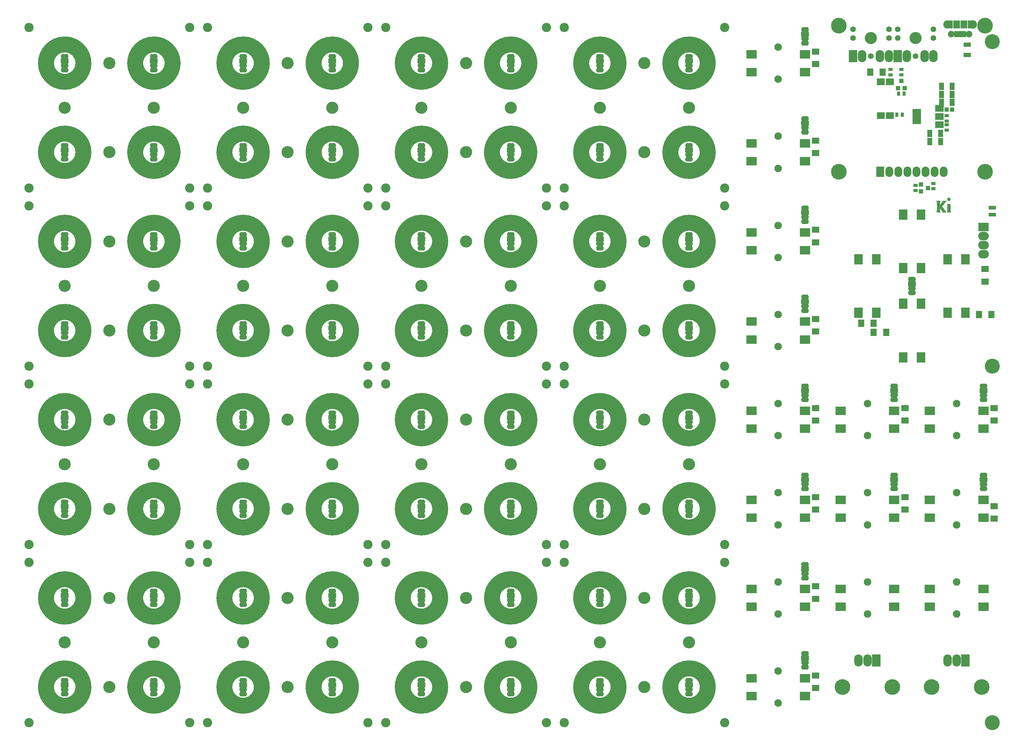
<source format=gts>
G04 #@! TF.FileFunction,Soldermask,Top*
%FSLAX46Y46*%
G04 Gerber Fmt 4.6, Leading zero omitted, Abs format (unit mm)*
G04 Created by KiCad (PCBNEW 4.0.7) date 01/20/18 20:27:55*
%MOMM*%
%LPD*%
G01*
G04 APERTURE LIST*
%ADD10C,0.100000*%
%ADD11C,0.010000*%
%ADD12C,4.500000*%
%ADD13O,2.200000X1.430000*%
%ADD14R,2.200000X1.430000*%
%ADD15O,2.400000X3.400000*%
%ADD16C,1.600000*%
%ADD17R,2.400000X3.400000*%
%ADD18O,3.400000X3.400000*%
%ADD19C,4.200000*%
%ADD20C,2.600000*%
%ADD21C,0.900000*%
%ADD22O,3.650000X0.900000*%
%ADD23O,0.900000X3.650000*%
%ADD24C,3.400000*%
%ADD25R,2.900000X2.400000*%
%ADD26C,2.100000*%
%ADD27R,2.400000X2.900000*%
%ADD28C,4.400000*%
%ADD29R,0.800000X1.050000*%
%ADD30R,2.200000X1.900000*%
%ADD31R,2.400000X4.200000*%
%ADD32R,2.400000X1.900000*%
%ADD33R,2.100000X1.700000*%
%ADD34R,1.700000X2.100000*%
%ADD35R,1.300000X0.900000*%
%ADD36R,0.900000X1.300000*%
%ADD37R,1.200000X1.150000*%
%ADD38R,1.300000X1.200000*%
%ADD39R,1.200000X1.300000*%
%ADD40R,2.100000X1.300000*%
%ADD41O,2.200000X2.900000*%
%ADD42R,2.200000X2.900000*%
%ADD43R,1.400000X2.000000*%
%ADD44R,3.000000X2.400000*%
%ADD45O,3.000000X2.400000*%
%ADD46R,1.900000X2.300000*%
%ADD47C,1.850000*%
%ADD48R,0.800000X1.750000*%
%ADD49O,2.400000X2.400000*%
%ADD50O,2.400000X2.300000*%
%ADD51R,1.600000X2.300000*%
G04 APERTURE END LIST*
D10*
D11*
G36*
X324613747Y-88628400D02*
X325159059Y-88628400D01*
X324960279Y-88829787D01*
X324630571Y-89192691D01*
X324416151Y-89466815D01*
X324337703Y-89570400D01*
X324243144Y-89690529D01*
X324143050Y-89814202D01*
X324047998Y-89928419D01*
X323968566Y-90020181D01*
X323943468Y-90047760D01*
X323862036Y-90135212D01*
X323931994Y-90226356D01*
X324067436Y-90415604D01*
X324154978Y-90555050D01*
X324209848Y-90637286D01*
X324271124Y-90716612D01*
X324276273Y-90722607D01*
X324345222Y-90805581D01*
X324425747Y-90908137D01*
X324508942Y-91018288D01*
X324585902Y-91124047D01*
X324647719Y-91213425D01*
X324683376Y-91270547D01*
X324718457Y-91323596D01*
X324776986Y-91402062D01*
X324848820Y-91493252D01*
X324923815Y-91584472D01*
X324991828Y-91663032D01*
X325028200Y-91702020D01*
X325052089Y-91728081D01*
X325094363Y-91775406D01*
X325102477Y-91784570D01*
X325164055Y-91854200D01*
X324037600Y-91854200D01*
X324037600Y-91775923D01*
X324020837Y-91699395D01*
X323973607Y-91594149D01*
X323900493Y-91468239D01*
X323806081Y-91329716D01*
X323718542Y-91215533D01*
X323647268Y-91123313D01*
X323581947Y-91032269D01*
X323534777Y-90959535D01*
X323528671Y-90948833D01*
X323488629Y-90882434D01*
X323453342Y-90834284D01*
X323444699Y-90825500D01*
X323410138Y-90786816D01*
X323369915Y-90730250D01*
X323332226Y-90682093D01*
X323301715Y-90660487D01*
X323300414Y-90660400D01*
X323291538Y-90685091D01*
X323284418Y-90756381D01*
X323279264Y-90870092D01*
X323276283Y-91022044D01*
X323275600Y-91156961D01*
X323276284Y-91336263D01*
X323278695Y-91472270D01*
X323283375Y-91572475D01*
X323290863Y-91644369D01*
X323301698Y-91695443D01*
X323316421Y-91733188D01*
X323317244Y-91734811D01*
X323352717Y-91794491D01*
X323384223Y-91832618D01*
X323387094Y-91834761D01*
X323371597Y-91840323D01*
X323312247Y-91845262D01*
X323215986Y-91849312D01*
X323089759Y-91852207D01*
X322940511Y-91853682D01*
X322888794Y-91853811D01*
X322362289Y-91854200D01*
X322391968Y-91784350D01*
X322420141Y-91725758D01*
X322442224Y-91690370D01*
X322446057Y-91661142D01*
X322449657Y-91585781D01*
X322452959Y-91468951D01*
X322455896Y-91315317D01*
X322458399Y-91129546D01*
X322460404Y-90916302D01*
X322461842Y-90680251D01*
X322462647Y-90426059D01*
X322462799Y-90254290D01*
X322462741Y-89950311D01*
X322462470Y-89692912D01*
X322461846Y-89477874D01*
X322460726Y-89300978D01*
X322458969Y-89158004D01*
X322456433Y-89044733D01*
X322452976Y-88956945D01*
X322448457Y-88890421D01*
X322442733Y-88840941D01*
X322435662Y-88804286D01*
X322427104Y-88776237D01*
X322416916Y-88752574D01*
X322411999Y-88742699D01*
X322381244Y-88680869D01*
X322363190Y-88641660D01*
X322361199Y-88635729D01*
X322385335Y-88633507D01*
X322452688Y-88631556D01*
X322555672Y-88629984D01*
X322686706Y-88628901D01*
X322838205Y-88628415D01*
X322871917Y-88628400D01*
X323045060Y-88628664D01*
X323173629Y-88629831D01*
X323263846Y-88632464D01*
X323321937Y-88637123D01*
X323354124Y-88644372D01*
X323366632Y-88654772D01*
X323365686Y-88668885D01*
X323364164Y-88672850D01*
X323330805Y-88761673D01*
X323306739Y-88850181D01*
X323290580Y-88949141D01*
X323280942Y-89069321D01*
X323276440Y-89221488D01*
X323275600Y-89361088D01*
X323275599Y-89780904D01*
X323351799Y-89707900D01*
X323399413Y-89657557D01*
X323425994Y-89620278D01*
X323428000Y-89613483D01*
X323443137Y-89587550D01*
X323482628Y-89534128D01*
X323537588Y-89464145D01*
X323599132Y-89388529D01*
X323658377Y-89318209D01*
X323706439Y-89264114D01*
X323733239Y-89238000D01*
X323755561Y-89210734D01*
X323793936Y-89154630D01*
X323821802Y-89111000D01*
X323880005Y-89023298D01*
X323942951Y-88936698D01*
X323965299Y-88908362D01*
X324010013Y-88841736D01*
X324035408Y-88780643D01*
X324037600Y-88764390D01*
X324038122Y-88720677D01*
X324043791Y-88687502D01*
X324060762Y-88663412D01*
X324095189Y-88646955D01*
X324153226Y-88636677D01*
X324241028Y-88631127D01*
X324364750Y-88628851D01*
X324530545Y-88628396D01*
X324613747Y-88628400D01*
X324613747Y-88628400D01*
G37*
X324613747Y-88628400D02*
X325159059Y-88628400D01*
X324960279Y-88829787D01*
X324630571Y-89192691D01*
X324416151Y-89466815D01*
X324337703Y-89570400D01*
X324243144Y-89690529D01*
X324143050Y-89814202D01*
X324047998Y-89928419D01*
X323968566Y-90020181D01*
X323943468Y-90047760D01*
X323862036Y-90135212D01*
X323931994Y-90226356D01*
X324067436Y-90415604D01*
X324154978Y-90555050D01*
X324209848Y-90637286D01*
X324271124Y-90716612D01*
X324276273Y-90722607D01*
X324345222Y-90805581D01*
X324425747Y-90908137D01*
X324508942Y-91018288D01*
X324585902Y-91124047D01*
X324647719Y-91213425D01*
X324683376Y-91270547D01*
X324718457Y-91323596D01*
X324776986Y-91402062D01*
X324848820Y-91493252D01*
X324923815Y-91584472D01*
X324991828Y-91663032D01*
X325028200Y-91702020D01*
X325052089Y-91728081D01*
X325094363Y-91775406D01*
X325102477Y-91784570D01*
X325164055Y-91854200D01*
X324037600Y-91854200D01*
X324037600Y-91775923D01*
X324020837Y-91699395D01*
X323973607Y-91594149D01*
X323900493Y-91468239D01*
X323806081Y-91329716D01*
X323718542Y-91215533D01*
X323647268Y-91123313D01*
X323581947Y-91032269D01*
X323534777Y-90959535D01*
X323528671Y-90948833D01*
X323488629Y-90882434D01*
X323453342Y-90834284D01*
X323444699Y-90825500D01*
X323410138Y-90786816D01*
X323369915Y-90730250D01*
X323332226Y-90682093D01*
X323301715Y-90660487D01*
X323300414Y-90660400D01*
X323291538Y-90685091D01*
X323284418Y-90756381D01*
X323279264Y-90870092D01*
X323276283Y-91022044D01*
X323275600Y-91156961D01*
X323276284Y-91336263D01*
X323278695Y-91472270D01*
X323283375Y-91572475D01*
X323290863Y-91644369D01*
X323301698Y-91695443D01*
X323316421Y-91733188D01*
X323317244Y-91734811D01*
X323352717Y-91794491D01*
X323384223Y-91832618D01*
X323387094Y-91834761D01*
X323371597Y-91840323D01*
X323312247Y-91845262D01*
X323215986Y-91849312D01*
X323089759Y-91852207D01*
X322940511Y-91853682D01*
X322888794Y-91853811D01*
X322362289Y-91854200D01*
X322391968Y-91784350D01*
X322420141Y-91725758D01*
X322442224Y-91690370D01*
X322446057Y-91661142D01*
X322449657Y-91585781D01*
X322452959Y-91468951D01*
X322455896Y-91315317D01*
X322458399Y-91129546D01*
X322460404Y-90916302D01*
X322461842Y-90680251D01*
X322462647Y-90426059D01*
X322462799Y-90254290D01*
X322462741Y-89950311D01*
X322462470Y-89692912D01*
X322461846Y-89477874D01*
X322460726Y-89300978D01*
X322458969Y-89158004D01*
X322456433Y-89044733D01*
X322452976Y-88956945D01*
X322448457Y-88890421D01*
X322442733Y-88840941D01*
X322435662Y-88804286D01*
X322427104Y-88776237D01*
X322416916Y-88752574D01*
X322411999Y-88742699D01*
X322381244Y-88680869D01*
X322363190Y-88641660D01*
X322361199Y-88635729D01*
X322385335Y-88633507D01*
X322452688Y-88631556D01*
X322555672Y-88629984D01*
X322686706Y-88628901D01*
X322838205Y-88628415D01*
X322871917Y-88628400D01*
X323045060Y-88628664D01*
X323173629Y-88629831D01*
X323263846Y-88632464D01*
X323321937Y-88637123D01*
X323354124Y-88644372D01*
X323366632Y-88654772D01*
X323365686Y-88668885D01*
X323364164Y-88672850D01*
X323330805Y-88761673D01*
X323306739Y-88850181D01*
X323290580Y-88949141D01*
X323280942Y-89069321D01*
X323276440Y-89221488D01*
X323275600Y-89361088D01*
X323275599Y-89780904D01*
X323351799Y-89707900D01*
X323399413Y-89657557D01*
X323425994Y-89620278D01*
X323428000Y-89613483D01*
X323443137Y-89587550D01*
X323482628Y-89534128D01*
X323537588Y-89464145D01*
X323599132Y-89388529D01*
X323658377Y-89318209D01*
X323706439Y-89264114D01*
X323733239Y-89238000D01*
X323755561Y-89210734D01*
X323793936Y-89154630D01*
X323821802Y-89111000D01*
X323880005Y-89023298D01*
X323942951Y-88936698D01*
X323965299Y-88908362D01*
X324010013Y-88841736D01*
X324035408Y-88780643D01*
X324037600Y-88764390D01*
X324038122Y-88720677D01*
X324043791Y-88687502D01*
X324060762Y-88663412D01*
X324095189Y-88646955D01*
X324153226Y-88636677D01*
X324241028Y-88631127D01*
X324364750Y-88628851D01*
X324530545Y-88628396D01*
X324613747Y-88628400D01*
G36*
X326196600Y-90592045D02*
X326196821Y-90863528D01*
X326197583Y-91088618D01*
X326199026Y-91271721D01*
X326201294Y-91417240D01*
X326204531Y-91529583D01*
X326208878Y-91613155D01*
X326214480Y-91672359D01*
X326221478Y-91711603D01*
X326230016Y-91735292D01*
X326233892Y-91741395D01*
X326260178Y-91778943D01*
X326270891Y-91807085D01*
X326260710Y-91827174D01*
X326224312Y-91840563D01*
X326156376Y-91848605D01*
X326051578Y-91852653D01*
X325904598Y-91854060D01*
X325790200Y-91854200D01*
X325639918Y-91853515D01*
X325508727Y-91851608D01*
X325404427Y-91848702D01*
X325334819Y-91845017D01*
X325307705Y-91840776D01*
X325307600Y-91840488D01*
X325318155Y-91811454D01*
X325344726Y-91754509D01*
X325358400Y-91727200D01*
X325371266Y-91699760D01*
X325381759Y-91669394D01*
X325390120Y-91630920D01*
X325396591Y-91579155D01*
X325401411Y-91508918D01*
X325404822Y-91415027D01*
X325407065Y-91292301D01*
X325408381Y-91135559D01*
X325409010Y-90939617D01*
X325409195Y-90699296D01*
X325409200Y-90634750D01*
X325408947Y-90377269D01*
X325408071Y-90165749D01*
X325406396Y-89995351D01*
X325403748Y-89861238D01*
X325399950Y-89758571D01*
X325394827Y-89682513D01*
X325388203Y-89628226D01*
X325379903Y-89590872D01*
X325370447Y-89566938D01*
X325331695Y-89492000D01*
X326196600Y-89492000D01*
X326196600Y-90592045D01*
X326196600Y-90592045D01*
G37*
X326196600Y-90592045D02*
X326196821Y-90863528D01*
X326197583Y-91088618D01*
X326199026Y-91271721D01*
X326201294Y-91417240D01*
X326204531Y-91529583D01*
X326208878Y-91613155D01*
X326214480Y-91672359D01*
X326221478Y-91711603D01*
X326230016Y-91735292D01*
X326233892Y-91741395D01*
X326260178Y-91778943D01*
X326270891Y-91807085D01*
X326260710Y-91827174D01*
X326224312Y-91840563D01*
X326156376Y-91848605D01*
X326051578Y-91852653D01*
X325904598Y-91854060D01*
X325790200Y-91854200D01*
X325639918Y-91853515D01*
X325508727Y-91851608D01*
X325404427Y-91848702D01*
X325334819Y-91845017D01*
X325307705Y-91840776D01*
X325307600Y-91840488D01*
X325318155Y-91811454D01*
X325344726Y-91754509D01*
X325358400Y-91727200D01*
X325371266Y-91699760D01*
X325381759Y-91669394D01*
X325390120Y-91630920D01*
X325396591Y-91579155D01*
X325401411Y-91508918D01*
X325404822Y-91415027D01*
X325407065Y-91292301D01*
X325408381Y-91135559D01*
X325409010Y-90939617D01*
X325409195Y-90699296D01*
X325409200Y-90634750D01*
X325408947Y-90377269D01*
X325408071Y-90165749D01*
X325406396Y-89995351D01*
X325403748Y-89861238D01*
X325399950Y-89758571D01*
X325394827Y-89682513D01*
X325388203Y-89628226D01*
X325379903Y-89590872D01*
X325370447Y-89566938D01*
X325331695Y-89492000D01*
X326196600Y-89492000D01*
X326196600Y-90592045D01*
G36*
X325955941Y-87725960D02*
X326073545Y-87792395D01*
X326167023Y-87895045D01*
X326210812Y-87981124D01*
X326241422Y-88119614D01*
X326232321Y-88257591D01*
X326184973Y-88379084D01*
X326172588Y-88397850D01*
X326082149Y-88485408D01*
X325963271Y-88545553D01*
X325830333Y-88575418D01*
X325697713Y-88572134D01*
X325579790Y-88532832D01*
X325559006Y-88520244D01*
X325476737Y-88441394D01*
X325408914Y-88332770D01*
X325366747Y-88215295D01*
X325358400Y-88145799D01*
X325377674Y-88036575D01*
X325428190Y-87922110D01*
X325498982Y-87823158D01*
X325554642Y-87774295D01*
X325686861Y-87713876D01*
X325823837Y-87698776D01*
X325955941Y-87725960D01*
X325955941Y-87725960D01*
G37*
X325955941Y-87725960D02*
X326073545Y-87792395D01*
X326167023Y-87895045D01*
X326210812Y-87981124D01*
X326241422Y-88119614D01*
X326232321Y-88257591D01*
X326184973Y-88379084D01*
X326172588Y-88397850D01*
X326082149Y-88485408D01*
X325963271Y-88545553D01*
X325830333Y-88575418D01*
X325697713Y-88572134D01*
X325579790Y-88532832D01*
X325559006Y-88520244D01*
X325476737Y-88441394D01*
X325408914Y-88332770D01*
X325366747Y-88215295D01*
X325358400Y-88145799D01*
X325377674Y-88036575D01*
X325428190Y-87922110D01*
X325498982Y-87823158D01*
X325554642Y-87774295D01*
X325686861Y-87713876D01*
X325823837Y-87698776D01*
X325955941Y-87725960D01*
D12*
X133250000Y-125000000D02*
G75*
G03X133250000Y-125000000I-5250000J0D01*
G01*
X133250000Y-100000000D02*
G75*
G03X133250000Y-100000000I-5250000J0D01*
G01*
X158250000Y-75000000D02*
G75*
G03X158250000Y-75000000I-5250000J0D01*
G01*
X158250000Y-50000000D02*
G75*
G03X158250000Y-50000000I-5250000J0D01*
G01*
X133250000Y-50000000D02*
G75*
G03X133250000Y-50000000I-5250000J0D01*
G01*
X158250000Y-125000000D02*
G75*
G03X158250000Y-125000000I-5250000J0D01*
G01*
X158250000Y-100000000D02*
G75*
G03X158250000Y-100000000I-5250000J0D01*
G01*
X108250000Y-125000000D02*
G75*
G03X108250000Y-125000000I-5250000J0D01*
G01*
X83250000Y-125000000D02*
G75*
G03X83250000Y-125000000I-5250000J0D01*
G01*
X83250000Y-100000000D02*
G75*
G03X83250000Y-100000000I-5250000J0D01*
G01*
X108250000Y-100000000D02*
G75*
G03X108250000Y-100000000I-5250000J0D01*
G01*
X108250000Y-50000000D02*
G75*
G03X108250000Y-50000000I-5250000J0D01*
G01*
X83250000Y-75000000D02*
G75*
G03X83250000Y-75000000I-5250000J0D01*
G01*
X83250000Y-50000000D02*
G75*
G03X83250000Y-50000000I-5250000J0D01*
G01*
X108250000Y-75000000D02*
G75*
G03X108250000Y-75000000I-5250000J0D01*
G01*
X133250000Y-75000000D02*
G75*
G03X133250000Y-75000000I-5250000J0D01*
G01*
X233250000Y-125000000D02*
G75*
G03X233250000Y-125000000I-5250000J0D01*
G01*
X233250000Y-100000000D02*
G75*
G03X233250000Y-100000000I-5250000J0D01*
G01*
X258250000Y-75000000D02*
G75*
G03X258250000Y-75000000I-5250000J0D01*
G01*
X258250000Y-50000000D02*
G75*
G03X258250000Y-50000000I-5250000J0D01*
G01*
X233250000Y-50000000D02*
G75*
G03X233250000Y-50000000I-5250000J0D01*
G01*
X258250000Y-125000000D02*
G75*
G03X258250000Y-125000000I-5250000J0D01*
G01*
X258250000Y-100000000D02*
G75*
G03X258250000Y-100000000I-5250000J0D01*
G01*
X208250000Y-125000000D02*
G75*
G03X208250000Y-125000000I-5250000J0D01*
G01*
X183250000Y-125000000D02*
G75*
G03X183250000Y-125000000I-5250000J0D01*
G01*
X183250000Y-100000000D02*
G75*
G03X183250000Y-100000000I-5250000J0D01*
G01*
X208250000Y-100000000D02*
G75*
G03X208250000Y-100000000I-5250000J0D01*
G01*
X208250000Y-50000000D02*
G75*
G03X208250000Y-50000000I-5250000J0D01*
G01*
X183250000Y-75000000D02*
G75*
G03X183250000Y-75000000I-5250000J0D01*
G01*
X183250000Y-50000000D02*
G75*
G03X183250000Y-50000000I-5250000J0D01*
G01*
X208250000Y-75000000D02*
G75*
G03X208250000Y-75000000I-5250000J0D01*
G01*
X233250000Y-75000000D02*
G75*
G03X233250000Y-75000000I-5250000J0D01*
G01*
X133250000Y-225000000D02*
G75*
G03X133250000Y-225000000I-5250000J0D01*
G01*
X133250000Y-200000000D02*
G75*
G03X133250000Y-200000000I-5250000J0D01*
G01*
X158250000Y-175000000D02*
G75*
G03X158250000Y-175000000I-5250000J0D01*
G01*
X158250000Y-150000000D02*
G75*
G03X158250000Y-150000000I-5250000J0D01*
G01*
X133250000Y-150000000D02*
G75*
G03X133250000Y-150000000I-5250000J0D01*
G01*
X158250000Y-225000000D02*
G75*
G03X158250000Y-225000000I-5250000J0D01*
G01*
X158250000Y-200000000D02*
G75*
G03X158250000Y-200000000I-5250000J0D01*
G01*
X108250000Y-225000000D02*
G75*
G03X108250000Y-225000000I-5250000J0D01*
G01*
X83250000Y-225000000D02*
G75*
G03X83250000Y-225000000I-5250000J0D01*
G01*
X83250000Y-200000000D02*
G75*
G03X83250000Y-200000000I-5250000J0D01*
G01*
X108250000Y-200000000D02*
G75*
G03X108250000Y-200000000I-5250000J0D01*
G01*
X108250000Y-150000000D02*
G75*
G03X108250000Y-150000000I-5250000J0D01*
G01*
X83250000Y-175000000D02*
G75*
G03X83250000Y-175000000I-5250000J0D01*
G01*
X83250000Y-150000000D02*
G75*
G03X83250000Y-150000000I-5250000J0D01*
G01*
X108250000Y-175000000D02*
G75*
G03X108250000Y-175000000I-5250000J0D01*
G01*
X133250000Y-175000000D02*
G75*
G03X133250000Y-175000000I-5250000J0D01*
G01*
X233250000Y-225000000D02*
G75*
G03X233250000Y-225000000I-5250000J0D01*
G01*
X233250000Y-200000000D02*
G75*
G03X233250000Y-200000000I-5250000J0D01*
G01*
X258250000Y-175000000D02*
G75*
G03X258250000Y-175000000I-5250000J0D01*
G01*
X258250000Y-150000000D02*
G75*
G03X258250000Y-150000000I-5250000J0D01*
G01*
X233250000Y-150000000D02*
G75*
G03X233250000Y-150000000I-5250000J0D01*
G01*
X258250000Y-225000000D02*
G75*
G03X258250000Y-225000000I-5250000J0D01*
G01*
X258250000Y-200000000D02*
G75*
G03X258250000Y-200000000I-5250000J0D01*
G01*
X208250000Y-225000000D02*
G75*
G03X208250000Y-225000000I-5250000J0D01*
G01*
X183250000Y-225000000D02*
G75*
G03X183250000Y-225000000I-5250000J0D01*
G01*
X183250000Y-200000000D02*
G75*
G03X183250000Y-200000000I-5250000J0D01*
G01*
X208250000Y-200000000D02*
G75*
G03X208250000Y-200000000I-5250000J0D01*
G01*
X208250000Y-150000000D02*
G75*
G03X208250000Y-150000000I-5250000J0D01*
G01*
X183250000Y-175000000D02*
G75*
G03X183250000Y-175000000I-5250000J0D01*
G01*
X183250000Y-150000000D02*
G75*
G03X183250000Y-150000000I-5250000J0D01*
G01*
X208250000Y-175000000D02*
G75*
G03X208250000Y-175000000I-5250000J0D01*
G01*
X233250000Y-175000000D02*
G75*
G03X233250000Y-175000000I-5250000J0D01*
G01*
D13*
X78000000Y-48095000D03*
D14*
X78000000Y-49365000D03*
D13*
X78000000Y-50635000D03*
X78000000Y-51905000D03*
X103000000Y-48095000D03*
D14*
X103000000Y-49365000D03*
D13*
X103000000Y-50635000D03*
X103000000Y-51905000D03*
X128000000Y-48095000D03*
D14*
X128000000Y-49365000D03*
D13*
X128000000Y-50635000D03*
X128000000Y-51905000D03*
X153000000Y-48095000D03*
D14*
X153000000Y-49365000D03*
D13*
X153000000Y-50635000D03*
X153000000Y-51905000D03*
X78000000Y-73095000D03*
D14*
X78000000Y-74365000D03*
D13*
X78000000Y-75635000D03*
X78000000Y-76905000D03*
X103000000Y-73095000D03*
D14*
X103000000Y-74365000D03*
D13*
X103000000Y-75635000D03*
X103000000Y-76905000D03*
X128000000Y-73095000D03*
D14*
X128000000Y-74365000D03*
D13*
X128000000Y-75635000D03*
X128000000Y-76905000D03*
X153000000Y-73095000D03*
D14*
X153000000Y-74365000D03*
D13*
X153000000Y-75635000D03*
X153000000Y-76905000D03*
X78000000Y-98095000D03*
D14*
X78000000Y-99365000D03*
D13*
X78000000Y-100635000D03*
X78000000Y-101905000D03*
X103000000Y-98095000D03*
D14*
X103000000Y-99365000D03*
D13*
X103000000Y-100635000D03*
X103000000Y-101905000D03*
X128000000Y-98095000D03*
D14*
X128000000Y-99365000D03*
D13*
X128000000Y-100635000D03*
X128000000Y-101905000D03*
X153000000Y-98095000D03*
D14*
X153000000Y-99365000D03*
D13*
X153000000Y-100635000D03*
X153000000Y-101905000D03*
X78000000Y-123095000D03*
D14*
X78000000Y-124365000D03*
D13*
X78000000Y-125635000D03*
X78000000Y-126905000D03*
X103000000Y-123095000D03*
D14*
X103000000Y-124365000D03*
D13*
X103000000Y-125635000D03*
X103000000Y-126905000D03*
X128000000Y-123095000D03*
D14*
X128000000Y-124365000D03*
D13*
X128000000Y-125635000D03*
X128000000Y-126905000D03*
X153000000Y-123095000D03*
D14*
X153000000Y-124365000D03*
D13*
X153000000Y-125635000D03*
X153000000Y-126905000D03*
X178000000Y-48095000D03*
D14*
X178000000Y-49365000D03*
D13*
X178000000Y-50635000D03*
X178000000Y-51905000D03*
X203000000Y-48095000D03*
D14*
X203000000Y-49365000D03*
D13*
X203000000Y-50635000D03*
X203000000Y-51905000D03*
X228000000Y-48095000D03*
D14*
X228000000Y-49365000D03*
D13*
X228000000Y-50635000D03*
X228000000Y-51905000D03*
X253000000Y-48095000D03*
D14*
X253000000Y-49365000D03*
D13*
X253000000Y-50635000D03*
X253000000Y-51905000D03*
X178000000Y-73095000D03*
D14*
X178000000Y-74365000D03*
D13*
X178000000Y-75635000D03*
X178000000Y-76905000D03*
X203000000Y-73095000D03*
D14*
X203000000Y-74365000D03*
D13*
X203000000Y-75635000D03*
X203000000Y-76905000D03*
X228000000Y-73095000D03*
D14*
X228000000Y-74365000D03*
D13*
X228000000Y-75635000D03*
X228000000Y-76905000D03*
X253000000Y-73095000D03*
D14*
X253000000Y-74365000D03*
D13*
X253000000Y-75635000D03*
X253000000Y-76905000D03*
X178000000Y-98095000D03*
D14*
X178000000Y-99365000D03*
D13*
X178000000Y-100635000D03*
X178000000Y-101905000D03*
X203000000Y-98095000D03*
D14*
X203000000Y-99365000D03*
D13*
X203000000Y-100635000D03*
X203000000Y-101905000D03*
X228000000Y-98095000D03*
D14*
X228000000Y-99365000D03*
D13*
X228000000Y-100635000D03*
X228000000Y-101905000D03*
X253000000Y-98095000D03*
D14*
X253000000Y-99365000D03*
D13*
X253000000Y-100635000D03*
X253000000Y-101905000D03*
X178000000Y-123095000D03*
D14*
X178000000Y-124365000D03*
D13*
X178000000Y-125635000D03*
X178000000Y-126905000D03*
X203000000Y-123095000D03*
D14*
X203000000Y-124365000D03*
D13*
X203000000Y-125635000D03*
X203000000Y-126905000D03*
X228000000Y-123095000D03*
D14*
X228000000Y-124365000D03*
D13*
X228000000Y-125635000D03*
X228000000Y-126905000D03*
X253000000Y-123095000D03*
D14*
X253000000Y-124365000D03*
D13*
X253000000Y-125635000D03*
X253000000Y-126905000D03*
X78000000Y-148095000D03*
D14*
X78000000Y-149365000D03*
D13*
X78000000Y-150635000D03*
X78000000Y-151905000D03*
X103000000Y-148095000D03*
D14*
X103000000Y-149365000D03*
D13*
X103000000Y-150635000D03*
X103000000Y-151905000D03*
X128000000Y-148095000D03*
D14*
X128000000Y-149365000D03*
D13*
X128000000Y-150635000D03*
X128000000Y-151905000D03*
X153000000Y-148095000D03*
D14*
X153000000Y-149365000D03*
D13*
X153000000Y-150635000D03*
X153000000Y-151905000D03*
X78000000Y-173095000D03*
D14*
X78000000Y-174365000D03*
D13*
X78000000Y-175635000D03*
X78000000Y-176905000D03*
X103000000Y-173095000D03*
D14*
X103000000Y-174365000D03*
D13*
X103000000Y-175635000D03*
X103000000Y-176905000D03*
X128000000Y-173095000D03*
D14*
X128000000Y-174365000D03*
D13*
X128000000Y-175635000D03*
X128000000Y-176905000D03*
X153000000Y-173095000D03*
D14*
X153000000Y-174365000D03*
D13*
X153000000Y-175635000D03*
X153000000Y-176905000D03*
X78000000Y-198095000D03*
D14*
X78000000Y-199365000D03*
D13*
X78000000Y-200635000D03*
X78000000Y-201905000D03*
X103000000Y-198095000D03*
D14*
X103000000Y-199365000D03*
D13*
X103000000Y-200635000D03*
X103000000Y-201905000D03*
X128000000Y-198095000D03*
D14*
X128000000Y-199365000D03*
D13*
X128000000Y-200635000D03*
X128000000Y-201905000D03*
X153000000Y-198095000D03*
D14*
X153000000Y-199365000D03*
D13*
X153000000Y-200635000D03*
X153000000Y-201905000D03*
X78000000Y-223095000D03*
D14*
X78000000Y-224365000D03*
D13*
X78000000Y-225635000D03*
X78000000Y-226905000D03*
X103000000Y-223095000D03*
D14*
X103000000Y-224365000D03*
D13*
X103000000Y-225635000D03*
X103000000Y-226905000D03*
X128000000Y-223095000D03*
D14*
X128000000Y-224365000D03*
D13*
X128000000Y-225635000D03*
X128000000Y-226905000D03*
X153000000Y-223095000D03*
D14*
X153000000Y-224365000D03*
D13*
X153000000Y-225635000D03*
X153000000Y-226905000D03*
X178000000Y-148095000D03*
D14*
X178000000Y-149365000D03*
D13*
X178000000Y-150635000D03*
X178000000Y-151905000D03*
X203000000Y-148095000D03*
D14*
X203000000Y-149365000D03*
D13*
X203000000Y-150635000D03*
X203000000Y-151905000D03*
X228000000Y-148095000D03*
D14*
X228000000Y-149365000D03*
D13*
X228000000Y-150635000D03*
X228000000Y-151905000D03*
X253000000Y-148095000D03*
D14*
X253000000Y-149365000D03*
D13*
X253000000Y-150635000D03*
X253000000Y-151905000D03*
X178000000Y-173095000D03*
D14*
X178000000Y-174365000D03*
D13*
X178000000Y-175635000D03*
X178000000Y-176905000D03*
X203000000Y-173095000D03*
D14*
X203000000Y-174365000D03*
D13*
X203000000Y-175635000D03*
X203000000Y-176905000D03*
X228000000Y-173095000D03*
D14*
X228000000Y-174365000D03*
D13*
X228000000Y-175635000D03*
X228000000Y-176905000D03*
X253000000Y-173095000D03*
D14*
X253000000Y-174365000D03*
D13*
X253000000Y-175635000D03*
X253000000Y-176905000D03*
X178000000Y-198095000D03*
D14*
X178000000Y-199365000D03*
D13*
X178000000Y-200635000D03*
X178000000Y-201905000D03*
X203000000Y-198095000D03*
D14*
X203000000Y-199365000D03*
D13*
X203000000Y-200635000D03*
X203000000Y-201905000D03*
X228000000Y-198095000D03*
D14*
X228000000Y-199365000D03*
D13*
X228000000Y-200635000D03*
X228000000Y-201905000D03*
X253000000Y-198095000D03*
D14*
X253000000Y-199365000D03*
D13*
X253000000Y-200635000D03*
X253000000Y-201905000D03*
X178000000Y-223095000D03*
D14*
X178000000Y-224365000D03*
D13*
X178000000Y-225635000D03*
X178000000Y-226905000D03*
X203000000Y-223095000D03*
D14*
X203000000Y-224365000D03*
D13*
X203000000Y-225635000D03*
X203000000Y-226905000D03*
X228000000Y-223095000D03*
D14*
X228000000Y-224365000D03*
D13*
X228000000Y-225635000D03*
X228000000Y-226905000D03*
X253000000Y-223095000D03*
D14*
X253000000Y-224365000D03*
D13*
X253000000Y-225635000D03*
X253000000Y-226905000D03*
X285500000Y-40595000D03*
D14*
X285500000Y-41865000D03*
D13*
X285500000Y-43135000D03*
X285500000Y-44405000D03*
X285500000Y-65595000D03*
D14*
X285500000Y-66865000D03*
D13*
X285500000Y-68135000D03*
X285500000Y-69405000D03*
X315500000Y-110595000D03*
D14*
X315500000Y-111865000D03*
D13*
X315500000Y-113135000D03*
X315500000Y-114405000D03*
X285500000Y-90595000D03*
D14*
X285500000Y-91865000D03*
D13*
X285500000Y-93135000D03*
X285500000Y-94405000D03*
X285500000Y-115595000D03*
D14*
X285500000Y-116865000D03*
D13*
X285500000Y-118135000D03*
X285500000Y-119405000D03*
X285500000Y-140595000D03*
D14*
X285500000Y-141865000D03*
D13*
X285500000Y-143135000D03*
X285500000Y-144405000D03*
X310500000Y-140595000D03*
D14*
X310500000Y-141865000D03*
D13*
X310500000Y-143135000D03*
X310500000Y-144405000D03*
X335500000Y-140595000D03*
D14*
X335500000Y-141865000D03*
D13*
X335500000Y-143135000D03*
X335500000Y-144405000D03*
X285500000Y-165595000D03*
D14*
X285500000Y-166865000D03*
D13*
X285500000Y-168135000D03*
X285500000Y-169405000D03*
X285500000Y-190595000D03*
D14*
X285500000Y-191865000D03*
D13*
X285500000Y-193135000D03*
X285500000Y-194405000D03*
X310500000Y-165595000D03*
D14*
X310500000Y-166865000D03*
D13*
X310500000Y-168135000D03*
X310500000Y-169405000D03*
X335500000Y-165595000D03*
D14*
X335500000Y-166865000D03*
D13*
X335500000Y-168135000D03*
X335500000Y-169405000D03*
X285500000Y-215595000D03*
D14*
X285500000Y-216865000D03*
D13*
X285500000Y-218135000D03*
X285500000Y-219405000D03*
D15*
X301500000Y-48000000D03*
D16*
X309000000Y-43000000D03*
X309000000Y-40500000D03*
X299000000Y-40500000D03*
X299000000Y-43000000D03*
D17*
X299000000Y-48000000D03*
D16*
X304000000Y-48000000D03*
D15*
X306500000Y-48000000D03*
X309000000Y-48000000D03*
D18*
X304000000Y-43000000D03*
D15*
X314000000Y-48000000D03*
D16*
X321500000Y-43000000D03*
X321500000Y-40500000D03*
X311500000Y-40500000D03*
X311500000Y-43000000D03*
D17*
X311500000Y-48000000D03*
D16*
X316500000Y-48000000D03*
D15*
X319000000Y-48000000D03*
X321500000Y-48000000D03*
D18*
X316500000Y-43000000D03*
D19*
X338000000Y-44000000D03*
X338000000Y-135000000D03*
X338000000Y-235000000D03*
D20*
X163000000Y-135000000D03*
X163000000Y-40000000D03*
X68000000Y-40000000D03*
X68000000Y-135000000D03*
X68000000Y-85000000D03*
X68000000Y-90000000D03*
X163000000Y-85000000D03*
X163000000Y-90000000D03*
X113000000Y-40000000D03*
X118000000Y-40000000D03*
X118000000Y-135000000D03*
X113000000Y-135000000D03*
X118000000Y-90000000D03*
X113000000Y-90000000D03*
X113000000Y-85000000D03*
X118000000Y-85000000D03*
D21*
X80401339Y-44202656D02*
X79348959Y-46743324D01*
X82437095Y-45562905D02*
X80492551Y-47507449D01*
X83797344Y-47598661D02*
X81256676Y-48651041D01*
D22*
X82900000Y-50000000D03*
D21*
X83797344Y-52401339D02*
X81256676Y-51348959D01*
X82437095Y-54437095D02*
X80492551Y-52492551D01*
X80401339Y-55797344D02*
X79348959Y-53256676D01*
D23*
X78000000Y-54900000D03*
D21*
X75598661Y-55797344D02*
X76651041Y-53256676D01*
X73562905Y-54437095D02*
X75507449Y-52492551D01*
X72202656Y-52401339D02*
X74743324Y-51348959D01*
X72202656Y-47598661D02*
X74743324Y-48651041D01*
X73562905Y-45562905D02*
X75507449Y-47507449D01*
X75598661Y-44202656D02*
X76651041Y-46743324D01*
X79360755Y-43159022D02*
X78824257Y-45856182D01*
X81875102Y-44200499D02*
X80347284Y-46487041D01*
X83799501Y-46124898D02*
X81512959Y-47652716D01*
X84840978Y-48639245D02*
X82143818Y-49175743D01*
X84840978Y-51360755D02*
X82143818Y-50824257D01*
X83799501Y-53875102D02*
X81512959Y-52347284D01*
X81875102Y-55799501D02*
X80347284Y-53512959D01*
X79360755Y-56840978D02*
X78824257Y-54143818D01*
X76639245Y-56840978D02*
X77175743Y-54143818D01*
X74124898Y-55799501D02*
X75652716Y-53512959D01*
X72200499Y-53875102D02*
X74487041Y-52347284D01*
X71159022Y-51360755D02*
X73856182Y-50824257D01*
X71159022Y-48639245D02*
X73856182Y-49175743D01*
X72200499Y-46124898D02*
X74487041Y-47652716D01*
X74124898Y-44200499D02*
X75652716Y-46487041D01*
D23*
X78000000Y-45100000D03*
D21*
X80401339Y-94202656D02*
X79348959Y-96743324D01*
X82437095Y-95562905D02*
X80492551Y-97507449D01*
X83797344Y-97598661D02*
X81256676Y-98651041D01*
D22*
X82900000Y-100000000D03*
D21*
X83797344Y-102401339D02*
X81256676Y-101348959D01*
X82437095Y-104437095D02*
X80492551Y-102492551D01*
X80401339Y-105797344D02*
X79348959Y-103256676D01*
D23*
X78000000Y-104900000D03*
D21*
X75598661Y-105797344D02*
X76651041Y-103256676D01*
X73562905Y-104437095D02*
X75507449Y-102492551D01*
X72202656Y-102401339D02*
X74743324Y-101348959D01*
D22*
X73100000Y-100000000D03*
D21*
X72202656Y-97598661D02*
X74743324Y-98651041D01*
X73562905Y-95562905D02*
X75507449Y-97507449D01*
X75598661Y-94202656D02*
X76651041Y-96743324D01*
X79360755Y-93159022D02*
X78824257Y-95856182D01*
X81875102Y-94200499D02*
X80347284Y-96487041D01*
X83799501Y-96124898D02*
X81512959Y-97652716D01*
X84840978Y-98639245D02*
X82143818Y-99175743D01*
X84840978Y-101360755D02*
X82143818Y-100824257D01*
X83799501Y-103875102D02*
X81512959Y-102347284D01*
X81875102Y-105799501D02*
X80347284Y-103512959D01*
X79360755Y-106840978D02*
X78824257Y-104143818D01*
X76639245Y-106840978D02*
X77175743Y-104143818D01*
X74124898Y-105799501D02*
X75652716Y-103512959D01*
X72200499Y-103875102D02*
X74487041Y-102347284D01*
X71159022Y-101360755D02*
X73856182Y-100824257D01*
X71159022Y-98639245D02*
X73856182Y-99175743D01*
X72200499Y-96124898D02*
X74487041Y-97652716D01*
X74124898Y-94200499D02*
X75652716Y-96487041D01*
X76639245Y-93159022D02*
X77175743Y-95856182D01*
D24*
X90500000Y-100000000D03*
D23*
X78000000Y-95100000D03*
X103000000Y-95100000D03*
D21*
X101639245Y-93159022D02*
X102175743Y-95856182D01*
X99124898Y-94200499D02*
X100652716Y-96487041D01*
X97200499Y-96124898D02*
X99487041Y-97652716D01*
X96159022Y-98639245D02*
X98856182Y-99175743D01*
X96159022Y-101360755D02*
X98856182Y-100824257D01*
X97200499Y-103875102D02*
X99487041Y-102347284D01*
X99124898Y-105799501D02*
X100652716Y-103512959D01*
X101639245Y-106840978D02*
X102175743Y-104143818D01*
X104360755Y-106840978D02*
X103824257Y-104143818D01*
X106875102Y-105799501D02*
X105347284Y-103512959D01*
X108799501Y-103875102D02*
X106512959Y-102347284D01*
X109840978Y-101360755D02*
X107143818Y-100824257D01*
X109840978Y-98639245D02*
X107143818Y-99175743D01*
X108799501Y-96124898D02*
X106512959Y-97652716D01*
X106875102Y-94200499D02*
X105347284Y-96487041D01*
X104360755Y-93159022D02*
X103824257Y-95856182D01*
X100598661Y-94202656D02*
X101651041Y-96743324D01*
X98562905Y-95562905D02*
X100507449Y-97507449D01*
X97202656Y-97598661D02*
X99743324Y-98651041D01*
D22*
X98100000Y-100000000D03*
D21*
X97202656Y-102401339D02*
X99743324Y-101348959D01*
X98562905Y-104437095D02*
X100507449Y-102492551D01*
X100598661Y-105797344D02*
X101651041Y-103256676D01*
D23*
X103000000Y-104900000D03*
D21*
X105401339Y-105797344D02*
X104348959Y-103256676D01*
X107437095Y-104437095D02*
X105492551Y-102492551D01*
X108797344Y-102401339D02*
X106256676Y-101348959D01*
D22*
X107900000Y-100000000D03*
D21*
X108797344Y-97598661D02*
X106256676Y-98651041D01*
X107437095Y-95562905D02*
X105492551Y-97507449D01*
X105401339Y-94202656D02*
X104348959Y-96743324D01*
X105401339Y-119202656D02*
X104348959Y-121743324D01*
X107437095Y-120562905D02*
X105492551Y-122507449D01*
X108797344Y-122598661D02*
X106256676Y-123651041D01*
D22*
X107900000Y-125000000D03*
D21*
X108797344Y-127401339D02*
X106256676Y-126348959D01*
X107437095Y-129437095D02*
X105492551Y-127492551D01*
X105401339Y-130797344D02*
X104348959Y-128256676D01*
D23*
X103000000Y-129900000D03*
D21*
X100598661Y-130797344D02*
X101651041Y-128256676D01*
X98562905Y-129437095D02*
X100507449Y-127492551D01*
X97202656Y-127401339D02*
X99743324Y-126348959D01*
D22*
X98100000Y-125000000D03*
D21*
X97202656Y-122598661D02*
X99743324Y-123651041D01*
X98562905Y-120562905D02*
X100507449Y-122507449D01*
X100598661Y-119202656D02*
X101651041Y-121743324D01*
X104360755Y-118159022D02*
X103824257Y-120856182D01*
X106875102Y-119200499D02*
X105347284Y-121487041D01*
X108799501Y-121124898D02*
X106512959Y-122652716D01*
X109840978Y-123639245D02*
X107143818Y-124175743D01*
X109840978Y-126360755D02*
X107143818Y-125824257D01*
X108799501Y-128875102D02*
X106512959Y-127347284D01*
X106875102Y-130799501D02*
X105347284Y-128512959D01*
X104360755Y-131840978D02*
X103824257Y-129143818D01*
X101639245Y-131840978D02*
X102175743Y-129143818D01*
X99124898Y-130799501D02*
X100652716Y-128512959D01*
X97200499Y-128875102D02*
X99487041Y-127347284D01*
X96159022Y-126360755D02*
X98856182Y-125824257D01*
X96159022Y-123639245D02*
X98856182Y-124175743D01*
X97200499Y-121124898D02*
X99487041Y-122652716D01*
X99124898Y-119200499D02*
X100652716Y-121487041D01*
X101639245Y-118159022D02*
X102175743Y-120856182D01*
D23*
X103000000Y-120100000D03*
X78000000Y-120100000D03*
D24*
X90500000Y-125000000D03*
D21*
X76639245Y-118159022D02*
X77175743Y-120856182D01*
X74124898Y-119200499D02*
X75652716Y-121487041D01*
X72200499Y-121124898D02*
X74487041Y-122652716D01*
X71159022Y-123639245D02*
X73856182Y-124175743D01*
X71159022Y-126360755D02*
X73856182Y-125824257D01*
X72200499Y-128875102D02*
X74487041Y-127347284D01*
X74124898Y-130799501D02*
X75652716Y-128512959D01*
X76639245Y-131840978D02*
X77175743Y-129143818D01*
X79360755Y-131840978D02*
X78824257Y-129143818D01*
X81875102Y-130799501D02*
X80347284Y-128512959D01*
X83799501Y-128875102D02*
X81512959Y-127347284D01*
X84840978Y-126360755D02*
X82143818Y-125824257D01*
X84840978Y-123639245D02*
X82143818Y-124175743D01*
X83799501Y-121124898D02*
X81512959Y-122652716D01*
X81875102Y-119200499D02*
X80347284Y-121487041D01*
X79360755Y-118159022D02*
X78824257Y-120856182D01*
X75598661Y-119202656D02*
X76651041Y-121743324D01*
X73562905Y-120562905D02*
X75507449Y-122507449D01*
X72202656Y-122598661D02*
X74743324Y-123651041D01*
D22*
X73100000Y-125000000D03*
D21*
X72202656Y-127401339D02*
X74743324Y-126348959D01*
X73562905Y-129437095D02*
X75507449Y-127492551D01*
X75598661Y-130797344D02*
X76651041Y-128256676D01*
D23*
X78000000Y-129900000D03*
D21*
X80401339Y-130797344D02*
X79348959Y-128256676D01*
X82437095Y-129437095D02*
X80492551Y-127492551D01*
X83797344Y-127401339D02*
X81256676Y-126348959D01*
D22*
X82900000Y-125000000D03*
D21*
X83797344Y-122598661D02*
X81256676Y-123651041D01*
X82437095Y-120562905D02*
X80492551Y-122507449D01*
X80401339Y-119202656D02*
X79348959Y-121743324D01*
D24*
X78000000Y-112500000D03*
X103000000Y-112500000D03*
X103000000Y-62500000D03*
X78000000Y-62500000D03*
D21*
X80401339Y-69202656D02*
X79348959Y-71743324D01*
X82437095Y-70562905D02*
X80492551Y-72507449D01*
X83797344Y-72598661D02*
X81256676Y-73651041D01*
D22*
X82900000Y-75000000D03*
D21*
X83797344Y-77401339D02*
X81256676Y-76348959D01*
X82437095Y-79437095D02*
X80492551Y-77492551D01*
X80401339Y-80797344D02*
X79348959Y-78256676D01*
D23*
X78000000Y-79900000D03*
D21*
X75598661Y-80797344D02*
X76651041Y-78256676D01*
X73562905Y-79437095D02*
X75507449Y-77492551D01*
X72202656Y-77401339D02*
X74743324Y-76348959D01*
D22*
X73100000Y-75000000D03*
D21*
X72202656Y-72598661D02*
X74743324Y-73651041D01*
X73562905Y-70562905D02*
X75507449Y-72507449D01*
X75598661Y-69202656D02*
X76651041Y-71743324D01*
X79360755Y-68159022D02*
X78824257Y-70856182D01*
X81875102Y-69200499D02*
X80347284Y-71487041D01*
X83799501Y-71124898D02*
X81512959Y-72652716D01*
X84840978Y-73639245D02*
X82143818Y-74175743D01*
X84840978Y-76360755D02*
X82143818Y-75824257D01*
X83799501Y-78875102D02*
X81512959Y-77347284D01*
X81875102Y-80799501D02*
X80347284Y-78512959D01*
X79360755Y-81840978D02*
X78824257Y-79143818D01*
X76639245Y-81840978D02*
X77175743Y-79143818D01*
X74124898Y-80799501D02*
X75652716Y-78512959D01*
X72200499Y-78875102D02*
X74487041Y-77347284D01*
X71159022Y-76360755D02*
X73856182Y-75824257D01*
X71159022Y-73639245D02*
X73856182Y-74175743D01*
X72200499Y-71124898D02*
X74487041Y-72652716D01*
X74124898Y-69200499D02*
X75652716Y-71487041D01*
X76639245Y-68159022D02*
X77175743Y-70856182D01*
D24*
X90500000Y-75000000D03*
D23*
X78000000Y-70100000D03*
X103000000Y-70100000D03*
D21*
X101639245Y-68159022D02*
X102175743Y-70856182D01*
X99124898Y-69200499D02*
X100652716Y-71487041D01*
X97200499Y-71124898D02*
X99487041Y-72652716D01*
X96159022Y-73639245D02*
X98856182Y-74175743D01*
X96159022Y-76360755D02*
X98856182Y-75824257D01*
X97200499Y-78875102D02*
X99487041Y-77347284D01*
X99124898Y-80799501D02*
X100652716Y-78512959D01*
X101639245Y-81840978D02*
X102175743Y-79143818D01*
X104360755Y-81840978D02*
X103824257Y-79143818D01*
X106875102Y-80799501D02*
X105347284Y-78512959D01*
X108799501Y-78875102D02*
X106512959Y-77347284D01*
X109840978Y-76360755D02*
X107143818Y-75824257D01*
X109840978Y-73639245D02*
X107143818Y-74175743D01*
X108799501Y-71124898D02*
X106512959Y-72652716D01*
X106875102Y-69200499D02*
X105347284Y-71487041D01*
X104360755Y-68159022D02*
X103824257Y-70856182D01*
X100598661Y-69202656D02*
X101651041Y-71743324D01*
X98562905Y-70562905D02*
X100507449Y-72507449D01*
X97202656Y-72598661D02*
X99743324Y-73651041D01*
D22*
X98100000Y-75000000D03*
D21*
X97202656Y-77401339D02*
X99743324Y-76348959D01*
X98562905Y-79437095D02*
X100507449Y-77492551D01*
X100598661Y-80797344D02*
X101651041Y-78256676D01*
D23*
X103000000Y-79900000D03*
D21*
X105401339Y-80797344D02*
X104348959Y-78256676D01*
X107437095Y-79437095D02*
X105492551Y-77492551D01*
X108797344Y-77401339D02*
X106256676Y-76348959D01*
D22*
X107900000Y-75000000D03*
D21*
X108797344Y-72598661D02*
X106256676Y-73651041D01*
X107437095Y-70562905D02*
X105492551Y-72507449D01*
X105401339Y-69202656D02*
X104348959Y-71743324D01*
X105401339Y-44202656D02*
X104348959Y-46743324D01*
X107437095Y-45562905D02*
X105492551Y-47507449D01*
X108797344Y-47598661D02*
X106256676Y-48651041D01*
D22*
X107900000Y-50000000D03*
D21*
X108797344Y-52401339D02*
X106256676Y-51348959D01*
X107437095Y-54437095D02*
X105492551Y-52492551D01*
X105401339Y-55797344D02*
X104348959Y-53256676D01*
D23*
X103000000Y-54900000D03*
D21*
X100598661Y-55797344D02*
X101651041Y-53256676D01*
X98562905Y-54437095D02*
X100507449Y-52492551D01*
X97202656Y-52401339D02*
X99743324Y-51348959D01*
D22*
X98100000Y-50000000D03*
D21*
X97202656Y-47598661D02*
X99743324Y-48651041D01*
X98562905Y-45562905D02*
X100507449Y-47507449D01*
X100598661Y-44202656D02*
X101651041Y-46743324D01*
X104360755Y-43159022D02*
X103824257Y-45856182D01*
X106875102Y-44200499D02*
X105347284Y-46487041D01*
X108799501Y-46124898D02*
X106512959Y-47652716D01*
X109840978Y-48639245D02*
X107143818Y-49175743D01*
X109840978Y-51360755D02*
X107143818Y-50824257D01*
X108799501Y-53875102D02*
X106512959Y-52347284D01*
X106875102Y-55799501D02*
X105347284Y-53512959D01*
X104360755Y-56840978D02*
X103824257Y-54143818D01*
X101639245Y-56840978D02*
X102175743Y-54143818D01*
X99124898Y-55799501D02*
X100652716Y-53512959D01*
X97200499Y-53875102D02*
X99487041Y-52347284D01*
X96159022Y-51360755D02*
X98856182Y-50824257D01*
X96159022Y-48639245D02*
X98856182Y-49175743D01*
X97200499Y-46124898D02*
X99487041Y-47652716D01*
X99124898Y-44200499D02*
X100652716Y-46487041D01*
X101639245Y-43159022D02*
X102175743Y-45856182D01*
D23*
X103000000Y-45100000D03*
X78000000Y-45100000D03*
D24*
X90500000Y-50000000D03*
D21*
X76639245Y-43159022D02*
X77175743Y-45856182D01*
X74124898Y-44200499D02*
X75652716Y-46487041D01*
X72200499Y-46124898D02*
X74487041Y-47652716D01*
X71159022Y-48639245D02*
X73856182Y-49175743D01*
X71159022Y-51360755D02*
X73856182Y-50824257D01*
X72200499Y-53875102D02*
X74487041Y-52347284D01*
X74124898Y-55799501D02*
X75652716Y-53512959D01*
X79360755Y-56840978D02*
X78824257Y-54143818D01*
X81875102Y-55799501D02*
X80347284Y-53512959D01*
X83799501Y-53875102D02*
X81512959Y-52347284D01*
X84840978Y-51360755D02*
X82143818Y-50824257D01*
X84840978Y-48639245D02*
X82143818Y-49175743D01*
X83799501Y-46124898D02*
X81512959Y-47652716D01*
X81875102Y-44200499D02*
X80347284Y-46487041D01*
X79360755Y-43159022D02*
X78824257Y-45856182D01*
X75598661Y-44202656D02*
X76651041Y-46743324D01*
X73562905Y-45562905D02*
X75507449Y-47507449D01*
X72202656Y-47598661D02*
X74743324Y-48651041D01*
D22*
X73100000Y-50000000D03*
D21*
X72202656Y-52401339D02*
X74743324Y-51348959D01*
X73562905Y-54437095D02*
X75507449Y-52492551D01*
X75598661Y-55797344D02*
X76651041Y-53256676D01*
D23*
X78000000Y-54900000D03*
D21*
X80401339Y-55797344D02*
X79348959Y-53256676D01*
X82437095Y-54437095D02*
X80492551Y-52492551D01*
X83797344Y-52401339D02*
X81256676Y-51348959D01*
D22*
X82900000Y-50000000D03*
D21*
X83797344Y-47598661D02*
X81256676Y-48651041D01*
X82437095Y-45562905D02*
X80492551Y-47507449D01*
X80401339Y-44202656D02*
X79348959Y-46743324D01*
X130401339Y-44202656D02*
X129348959Y-46743324D01*
X132437095Y-45562905D02*
X130492551Y-47507449D01*
X133797344Y-47598661D02*
X131256676Y-48651041D01*
D22*
X132900000Y-50000000D03*
D21*
X133797344Y-52401339D02*
X131256676Y-51348959D01*
X132437095Y-54437095D02*
X130492551Y-52492551D01*
X130401339Y-55797344D02*
X129348959Y-53256676D01*
D23*
X128000000Y-54900000D03*
D21*
X125598661Y-55797344D02*
X126651041Y-53256676D01*
X123562905Y-54437095D02*
X125507449Y-52492551D01*
X122202656Y-52401339D02*
X124743324Y-51348959D01*
D22*
X123100000Y-50000000D03*
D21*
X122202656Y-47598661D02*
X124743324Y-48651041D01*
X123562905Y-45562905D02*
X125507449Y-47507449D01*
X125598661Y-44202656D02*
X126651041Y-46743324D01*
X129360755Y-43159022D02*
X128824257Y-45856182D01*
X131875102Y-44200499D02*
X130347284Y-46487041D01*
X133799501Y-46124898D02*
X131512959Y-47652716D01*
X134840978Y-48639245D02*
X132143818Y-49175743D01*
X134840978Y-51360755D02*
X132143818Y-50824257D01*
X133799501Y-53875102D02*
X131512959Y-52347284D01*
X131875102Y-55799501D02*
X130347284Y-53512959D01*
X129360755Y-56840978D02*
X128824257Y-54143818D01*
X126639245Y-56840978D02*
X127175743Y-54143818D01*
X124124898Y-55799501D02*
X125652716Y-53512959D01*
X122200499Y-53875102D02*
X124487041Y-52347284D01*
X121159022Y-51360755D02*
X123856182Y-50824257D01*
X121159022Y-48639245D02*
X123856182Y-49175743D01*
X122200499Y-46124898D02*
X124487041Y-47652716D01*
X124124898Y-44200499D02*
X125652716Y-46487041D01*
X126639245Y-43159022D02*
X127175743Y-45856182D01*
D24*
X140500000Y-50000000D03*
D23*
X128000000Y-45100000D03*
X153000000Y-45100000D03*
D21*
X151639245Y-43159022D02*
X152175743Y-45856182D01*
X149124898Y-44200499D02*
X150652716Y-46487041D01*
X147200499Y-46124898D02*
X149487041Y-47652716D01*
X146159022Y-48639245D02*
X148856182Y-49175743D01*
X146159022Y-51360755D02*
X148856182Y-50824257D01*
X147200499Y-53875102D02*
X149487041Y-52347284D01*
X149124898Y-55799501D02*
X150652716Y-53512959D01*
X151639245Y-56840978D02*
X152175743Y-54143818D01*
X154360755Y-56840978D02*
X153824257Y-54143818D01*
X156875102Y-55799501D02*
X155347284Y-53512959D01*
X158799501Y-53875102D02*
X156512959Y-52347284D01*
X159840978Y-51360755D02*
X157143818Y-50824257D01*
X159840978Y-48639245D02*
X157143818Y-49175743D01*
X158799501Y-46124898D02*
X156512959Y-47652716D01*
X156875102Y-44200499D02*
X155347284Y-46487041D01*
X154360755Y-43159022D02*
X153824257Y-45856182D01*
X150598661Y-44202656D02*
X151651041Y-46743324D01*
X148562905Y-45562905D02*
X150507449Y-47507449D01*
X147202656Y-47598661D02*
X149743324Y-48651041D01*
D22*
X148100000Y-50000000D03*
D21*
X147202656Y-52401339D02*
X149743324Y-51348959D01*
X148562905Y-54437095D02*
X150507449Y-52492551D01*
X150598661Y-55797344D02*
X151651041Y-53256676D01*
D23*
X153000000Y-54900000D03*
D21*
X155401339Y-55797344D02*
X154348959Y-53256676D01*
X157437095Y-54437095D02*
X155492551Y-52492551D01*
X158797344Y-52401339D02*
X156256676Y-51348959D01*
D22*
X157900000Y-50000000D03*
D21*
X158797344Y-47598661D02*
X156256676Y-48651041D01*
X157437095Y-45562905D02*
X155492551Y-47507449D01*
X155401339Y-44202656D02*
X154348959Y-46743324D01*
X155401339Y-69202656D02*
X154348959Y-71743324D01*
X157437095Y-70562905D02*
X155492551Y-72507449D01*
X158797344Y-72598661D02*
X156256676Y-73651041D01*
D22*
X157900000Y-75000000D03*
D21*
X158797344Y-77401339D02*
X156256676Y-76348959D01*
X157437095Y-79437095D02*
X155492551Y-77492551D01*
X155401339Y-80797344D02*
X154348959Y-78256676D01*
D23*
X153000000Y-79900000D03*
D21*
X150598661Y-80797344D02*
X151651041Y-78256676D01*
X148562905Y-79437095D02*
X150507449Y-77492551D01*
X147202656Y-77401339D02*
X149743324Y-76348959D01*
D22*
X148100000Y-75000000D03*
D21*
X147202656Y-72598661D02*
X149743324Y-73651041D01*
X148562905Y-70562905D02*
X150507449Y-72507449D01*
X150598661Y-69202656D02*
X151651041Y-71743324D01*
X154360755Y-68159022D02*
X153824257Y-70856182D01*
X156875102Y-69200499D02*
X155347284Y-71487041D01*
X158799501Y-71124898D02*
X156512959Y-72652716D01*
X159840978Y-73639245D02*
X157143818Y-74175743D01*
X159840978Y-76360755D02*
X157143818Y-75824257D01*
X158799501Y-78875102D02*
X156512959Y-77347284D01*
X156875102Y-80799501D02*
X155347284Y-78512959D01*
X154360755Y-81840978D02*
X153824257Y-79143818D01*
X151639245Y-81840978D02*
X152175743Y-79143818D01*
X149124898Y-80799501D02*
X150652716Y-78512959D01*
X147200499Y-78875102D02*
X149487041Y-77347284D01*
X146159022Y-76360755D02*
X148856182Y-75824257D01*
X146159022Y-73639245D02*
X148856182Y-74175743D01*
X147200499Y-71124898D02*
X149487041Y-72652716D01*
X149124898Y-69200499D02*
X150652716Y-71487041D01*
X151639245Y-68159022D02*
X152175743Y-70856182D01*
D23*
X153000000Y-70100000D03*
X128000000Y-70100000D03*
D24*
X140500000Y-75000000D03*
D21*
X126639245Y-68159022D02*
X127175743Y-70856182D01*
X124124898Y-69200499D02*
X125652716Y-71487041D01*
X122200499Y-71124898D02*
X124487041Y-72652716D01*
X121159022Y-73639245D02*
X123856182Y-74175743D01*
X121159022Y-76360755D02*
X123856182Y-75824257D01*
X122200499Y-78875102D02*
X124487041Y-77347284D01*
X124124898Y-80799501D02*
X125652716Y-78512959D01*
X126639245Y-81840978D02*
X127175743Y-79143818D01*
X129360755Y-81840978D02*
X128824257Y-79143818D01*
X131875102Y-80799501D02*
X130347284Y-78512959D01*
X133799501Y-78875102D02*
X131512959Y-77347284D01*
X134840978Y-76360755D02*
X132143818Y-75824257D01*
X134840978Y-73639245D02*
X132143818Y-74175743D01*
X133799501Y-71124898D02*
X131512959Y-72652716D01*
X131875102Y-69200499D02*
X130347284Y-71487041D01*
X129360755Y-68159022D02*
X128824257Y-70856182D01*
X125598661Y-69202656D02*
X126651041Y-71743324D01*
X123562905Y-70562905D02*
X125507449Y-72507449D01*
X122202656Y-72598661D02*
X124743324Y-73651041D01*
D22*
X123100000Y-75000000D03*
D21*
X122202656Y-77401339D02*
X124743324Y-76348959D01*
X123562905Y-79437095D02*
X125507449Y-77492551D01*
X125598661Y-80797344D02*
X126651041Y-78256676D01*
D23*
X128000000Y-79900000D03*
D21*
X130401339Y-80797344D02*
X129348959Y-78256676D01*
X132437095Y-79437095D02*
X130492551Y-77492551D01*
X133797344Y-77401339D02*
X131256676Y-76348959D01*
D22*
X132900000Y-75000000D03*
D21*
X133797344Y-72598661D02*
X131256676Y-73651041D01*
X132437095Y-70562905D02*
X130492551Y-72507449D01*
X130401339Y-69202656D02*
X129348959Y-71743324D01*
D24*
X128000000Y-62500000D03*
X153000000Y-62500000D03*
X153000000Y-112500000D03*
X128000000Y-112500000D03*
D21*
X130401339Y-119202656D02*
X129348959Y-121743324D01*
X132437095Y-120562905D02*
X130492551Y-122507449D01*
X133797344Y-122598661D02*
X131256676Y-123651041D01*
D22*
X132900000Y-125000000D03*
D21*
X133797344Y-127401339D02*
X131256676Y-126348959D01*
X132437095Y-129437095D02*
X130492551Y-127492551D01*
X130401339Y-130797344D02*
X129348959Y-128256676D01*
D23*
X128000000Y-129900000D03*
D21*
X125598661Y-130797344D02*
X126651041Y-128256676D01*
X123562905Y-129437095D02*
X125507449Y-127492551D01*
X122202656Y-127401339D02*
X124743324Y-126348959D01*
D22*
X123100000Y-125000000D03*
D21*
X122202656Y-122598661D02*
X124743324Y-123651041D01*
X123562905Y-120562905D02*
X125507449Y-122507449D01*
X125598661Y-119202656D02*
X126651041Y-121743324D01*
X129360755Y-118159022D02*
X128824257Y-120856182D01*
X131875102Y-119200499D02*
X130347284Y-121487041D01*
X133799501Y-121124898D02*
X131512959Y-122652716D01*
X134840978Y-123639245D02*
X132143818Y-124175743D01*
X134840978Y-126360755D02*
X132143818Y-125824257D01*
X133799501Y-128875102D02*
X131512959Y-127347284D01*
X131875102Y-130799501D02*
X130347284Y-128512959D01*
X129360755Y-131840978D02*
X128824257Y-129143818D01*
X126639245Y-131840978D02*
X127175743Y-129143818D01*
X124124898Y-130799501D02*
X125652716Y-128512959D01*
X122200499Y-128875102D02*
X124487041Y-127347284D01*
X121159022Y-126360755D02*
X123856182Y-125824257D01*
X121159022Y-123639245D02*
X123856182Y-124175743D01*
X122200499Y-121124898D02*
X124487041Y-122652716D01*
X124124898Y-119200499D02*
X125652716Y-121487041D01*
X126639245Y-118159022D02*
X127175743Y-120856182D01*
D24*
X140500000Y-125000000D03*
D23*
X128000000Y-120100000D03*
X153000000Y-120100000D03*
D21*
X151639245Y-118159022D02*
X152175743Y-120856182D01*
X149124898Y-119200499D02*
X150652716Y-121487041D01*
X147200499Y-121124898D02*
X149487041Y-122652716D01*
X146159022Y-123639245D02*
X148856182Y-124175743D01*
X146159022Y-126360755D02*
X148856182Y-125824257D01*
X147200499Y-128875102D02*
X149487041Y-127347284D01*
X149124898Y-130799501D02*
X150652716Y-128512959D01*
X151639245Y-131840978D02*
X152175743Y-129143818D01*
X154360755Y-131840978D02*
X153824257Y-129143818D01*
X156875102Y-130799501D02*
X155347284Y-128512959D01*
X158799501Y-128875102D02*
X156512959Y-127347284D01*
X159840978Y-126360755D02*
X157143818Y-125824257D01*
X159840978Y-123639245D02*
X157143818Y-124175743D01*
X158799501Y-121124898D02*
X156512959Y-122652716D01*
X156875102Y-119200499D02*
X155347284Y-121487041D01*
X154360755Y-118159022D02*
X153824257Y-120856182D01*
X150598661Y-119202656D02*
X151651041Y-121743324D01*
X148562905Y-120562905D02*
X150507449Y-122507449D01*
X147202656Y-122598661D02*
X149743324Y-123651041D01*
D22*
X148100000Y-125000000D03*
D21*
X147202656Y-127401339D02*
X149743324Y-126348959D01*
X148562905Y-129437095D02*
X150507449Y-127492551D01*
X150598661Y-130797344D02*
X151651041Y-128256676D01*
D23*
X153000000Y-129900000D03*
D21*
X155401339Y-130797344D02*
X154348959Y-128256676D01*
X157437095Y-129437095D02*
X155492551Y-127492551D01*
X158797344Y-127401339D02*
X156256676Y-126348959D01*
D22*
X157900000Y-125000000D03*
D21*
X158797344Y-122598661D02*
X156256676Y-123651041D01*
X157437095Y-120562905D02*
X155492551Y-122507449D01*
X155401339Y-119202656D02*
X154348959Y-121743324D01*
X155401339Y-94202656D02*
X154348959Y-96743324D01*
X157437095Y-95562905D02*
X155492551Y-97507449D01*
X158797344Y-97598661D02*
X156256676Y-98651041D01*
D22*
X157900000Y-100000000D03*
D21*
X158797344Y-102401339D02*
X156256676Y-101348959D01*
X157437095Y-104437095D02*
X155492551Y-102492551D01*
X155401339Y-105797344D02*
X154348959Y-103256676D01*
D23*
X153000000Y-104900000D03*
D21*
X150598661Y-105797344D02*
X151651041Y-103256676D01*
X148562905Y-104437095D02*
X150507449Y-102492551D01*
X147202656Y-102401339D02*
X149743324Y-101348959D01*
D22*
X148100000Y-100000000D03*
D21*
X147202656Y-97598661D02*
X149743324Y-98651041D01*
X148562905Y-95562905D02*
X150507449Y-97507449D01*
X150598661Y-94202656D02*
X151651041Y-96743324D01*
X154360755Y-93159022D02*
X153824257Y-95856182D01*
X156875102Y-94200499D02*
X155347284Y-96487041D01*
X158799501Y-96124898D02*
X156512959Y-97652716D01*
X159840978Y-98639245D02*
X157143818Y-99175743D01*
X159840978Y-101360755D02*
X157143818Y-100824257D01*
X158799501Y-103875102D02*
X156512959Y-102347284D01*
X156875102Y-105799501D02*
X155347284Y-103512959D01*
X154360755Y-106840978D02*
X153824257Y-104143818D01*
X151639245Y-106840978D02*
X152175743Y-104143818D01*
X149124898Y-105799501D02*
X150652716Y-103512959D01*
X147200499Y-103875102D02*
X149487041Y-102347284D01*
X146159022Y-101360755D02*
X148856182Y-100824257D01*
X146159022Y-98639245D02*
X148856182Y-99175743D01*
X147200499Y-96124898D02*
X149487041Y-97652716D01*
X149124898Y-94200499D02*
X150652716Y-96487041D01*
X151639245Y-93159022D02*
X152175743Y-95856182D01*
D23*
X153000000Y-95100000D03*
X128000000Y-95100000D03*
D24*
X140500000Y-100000000D03*
D21*
X126639245Y-93159022D02*
X127175743Y-95856182D01*
X124124898Y-94200499D02*
X125652716Y-96487041D01*
X122200499Y-96124898D02*
X124487041Y-97652716D01*
X121159022Y-98639245D02*
X123856182Y-99175743D01*
X121159022Y-101360755D02*
X123856182Y-100824257D01*
X122200499Y-103875102D02*
X124487041Y-102347284D01*
X124124898Y-105799501D02*
X125652716Y-103512959D01*
X126639245Y-106840978D02*
X127175743Y-104143818D01*
X129360755Y-106840978D02*
X128824257Y-104143818D01*
X131875102Y-105799501D02*
X130347284Y-103512959D01*
X133799501Y-103875102D02*
X131512959Y-102347284D01*
X134840978Y-101360755D02*
X132143818Y-100824257D01*
X134840978Y-98639245D02*
X132143818Y-99175743D01*
X133799501Y-96124898D02*
X131512959Y-97652716D01*
X131875102Y-94200499D02*
X130347284Y-96487041D01*
X129360755Y-93159022D02*
X128824257Y-95856182D01*
X125598661Y-94202656D02*
X126651041Y-96743324D01*
X123562905Y-95562905D02*
X125507449Y-97507449D01*
X122202656Y-97598661D02*
X124743324Y-98651041D01*
D22*
X123100000Y-100000000D03*
D21*
X122202656Y-102401339D02*
X124743324Y-101348959D01*
X123562905Y-104437095D02*
X125507449Y-102492551D01*
X125598661Y-105797344D02*
X126651041Y-103256676D01*
D23*
X128000000Y-104900000D03*
D21*
X130401339Y-105797344D02*
X129348959Y-103256676D01*
X132437095Y-104437095D02*
X130492551Y-102492551D01*
X133797344Y-102401339D02*
X131256676Y-101348959D01*
D22*
X132900000Y-100000000D03*
D21*
X133797344Y-97598661D02*
X131256676Y-98651041D01*
X132437095Y-95562905D02*
X130492551Y-97507449D01*
X130401339Y-94202656D02*
X129348959Y-96743324D01*
D20*
X263000000Y-135000000D03*
X263000000Y-40000000D03*
X168000000Y-40000000D03*
X168000000Y-135000000D03*
X168000000Y-85000000D03*
X168000000Y-90000000D03*
X263000000Y-85000000D03*
X263000000Y-90000000D03*
X213000000Y-40000000D03*
X218000000Y-40000000D03*
X218000000Y-135000000D03*
X213000000Y-135000000D03*
X218000000Y-90000000D03*
X213000000Y-90000000D03*
X213000000Y-85000000D03*
X218000000Y-85000000D03*
D21*
X180401339Y-44202656D02*
X179348959Y-46743324D01*
X182437095Y-45562905D02*
X180492551Y-47507449D01*
X183797344Y-47598661D02*
X181256676Y-48651041D01*
D22*
X182900000Y-50000000D03*
D21*
X183797344Y-52401339D02*
X181256676Y-51348959D01*
X182437095Y-54437095D02*
X180492551Y-52492551D01*
X180401339Y-55797344D02*
X179348959Y-53256676D01*
D23*
X178000000Y-54900000D03*
D21*
X175598661Y-55797344D02*
X176651041Y-53256676D01*
X173562905Y-54437095D02*
X175507449Y-52492551D01*
X172202656Y-52401339D02*
X174743324Y-51348959D01*
X172202656Y-47598661D02*
X174743324Y-48651041D01*
X173562905Y-45562905D02*
X175507449Y-47507449D01*
X175598661Y-44202656D02*
X176651041Y-46743324D01*
X179360755Y-43159022D02*
X178824257Y-45856182D01*
X181875102Y-44200499D02*
X180347284Y-46487041D01*
X183799501Y-46124898D02*
X181512959Y-47652716D01*
X184840978Y-48639245D02*
X182143818Y-49175743D01*
X184840978Y-51360755D02*
X182143818Y-50824257D01*
X183799501Y-53875102D02*
X181512959Y-52347284D01*
X181875102Y-55799501D02*
X180347284Y-53512959D01*
X179360755Y-56840978D02*
X178824257Y-54143818D01*
X176639245Y-56840978D02*
X177175743Y-54143818D01*
X174124898Y-55799501D02*
X175652716Y-53512959D01*
X172200499Y-53875102D02*
X174487041Y-52347284D01*
X171159022Y-51360755D02*
X173856182Y-50824257D01*
X171159022Y-48639245D02*
X173856182Y-49175743D01*
X172200499Y-46124898D02*
X174487041Y-47652716D01*
X174124898Y-44200499D02*
X175652716Y-46487041D01*
D23*
X178000000Y-45100000D03*
D21*
X180401339Y-94202656D02*
X179348959Y-96743324D01*
X182437095Y-95562905D02*
X180492551Y-97507449D01*
X183797344Y-97598661D02*
X181256676Y-98651041D01*
D22*
X182900000Y-100000000D03*
D21*
X183797344Y-102401339D02*
X181256676Y-101348959D01*
X182437095Y-104437095D02*
X180492551Y-102492551D01*
X180401339Y-105797344D02*
X179348959Y-103256676D01*
D23*
X178000000Y-104900000D03*
D21*
X175598661Y-105797344D02*
X176651041Y-103256676D01*
X173562905Y-104437095D02*
X175507449Y-102492551D01*
X172202656Y-102401339D02*
X174743324Y-101348959D01*
D22*
X173100000Y-100000000D03*
D21*
X172202656Y-97598661D02*
X174743324Y-98651041D01*
X173562905Y-95562905D02*
X175507449Y-97507449D01*
X175598661Y-94202656D02*
X176651041Y-96743324D01*
X179360755Y-93159022D02*
X178824257Y-95856182D01*
X181875102Y-94200499D02*
X180347284Y-96487041D01*
X183799501Y-96124898D02*
X181512959Y-97652716D01*
X184840978Y-98639245D02*
X182143818Y-99175743D01*
X184840978Y-101360755D02*
X182143818Y-100824257D01*
X183799501Y-103875102D02*
X181512959Y-102347284D01*
X181875102Y-105799501D02*
X180347284Y-103512959D01*
X179360755Y-106840978D02*
X178824257Y-104143818D01*
X176639245Y-106840978D02*
X177175743Y-104143818D01*
X174124898Y-105799501D02*
X175652716Y-103512959D01*
X172200499Y-103875102D02*
X174487041Y-102347284D01*
X171159022Y-101360755D02*
X173856182Y-100824257D01*
X171159022Y-98639245D02*
X173856182Y-99175743D01*
X172200499Y-96124898D02*
X174487041Y-97652716D01*
X174124898Y-94200499D02*
X175652716Y-96487041D01*
X176639245Y-93159022D02*
X177175743Y-95856182D01*
D24*
X190500000Y-100000000D03*
D23*
X178000000Y-95100000D03*
X203000000Y-95100000D03*
D21*
X201639245Y-93159022D02*
X202175743Y-95856182D01*
X199124898Y-94200499D02*
X200652716Y-96487041D01*
X197200499Y-96124898D02*
X199487041Y-97652716D01*
X196159022Y-98639245D02*
X198856182Y-99175743D01*
X196159022Y-101360755D02*
X198856182Y-100824257D01*
X197200499Y-103875102D02*
X199487041Y-102347284D01*
X199124898Y-105799501D02*
X200652716Y-103512959D01*
X201639245Y-106840978D02*
X202175743Y-104143818D01*
X204360755Y-106840978D02*
X203824257Y-104143818D01*
X206875102Y-105799501D02*
X205347284Y-103512959D01*
X208799501Y-103875102D02*
X206512959Y-102347284D01*
X209840978Y-101360755D02*
X207143818Y-100824257D01*
X209840978Y-98639245D02*
X207143818Y-99175743D01*
X208799501Y-96124898D02*
X206512959Y-97652716D01*
X206875102Y-94200499D02*
X205347284Y-96487041D01*
X204360755Y-93159022D02*
X203824257Y-95856182D01*
X200598661Y-94202656D02*
X201651041Y-96743324D01*
X198562905Y-95562905D02*
X200507449Y-97507449D01*
X197202656Y-97598661D02*
X199743324Y-98651041D01*
D22*
X198100000Y-100000000D03*
D21*
X197202656Y-102401339D02*
X199743324Y-101348959D01*
X198562905Y-104437095D02*
X200507449Y-102492551D01*
X200598661Y-105797344D02*
X201651041Y-103256676D01*
D23*
X203000000Y-104900000D03*
D21*
X205401339Y-105797344D02*
X204348959Y-103256676D01*
X207437095Y-104437095D02*
X205492551Y-102492551D01*
X208797344Y-102401339D02*
X206256676Y-101348959D01*
D22*
X207900000Y-100000000D03*
D21*
X208797344Y-97598661D02*
X206256676Y-98651041D01*
X207437095Y-95562905D02*
X205492551Y-97507449D01*
X205401339Y-94202656D02*
X204348959Y-96743324D01*
X205401339Y-119202656D02*
X204348959Y-121743324D01*
X207437095Y-120562905D02*
X205492551Y-122507449D01*
X208797344Y-122598661D02*
X206256676Y-123651041D01*
D22*
X207900000Y-125000000D03*
D21*
X208797344Y-127401339D02*
X206256676Y-126348959D01*
X207437095Y-129437095D02*
X205492551Y-127492551D01*
X205401339Y-130797344D02*
X204348959Y-128256676D01*
D23*
X203000000Y-129900000D03*
D21*
X200598661Y-130797344D02*
X201651041Y-128256676D01*
X198562905Y-129437095D02*
X200507449Y-127492551D01*
X197202656Y-127401339D02*
X199743324Y-126348959D01*
D22*
X198100000Y-125000000D03*
D21*
X197202656Y-122598661D02*
X199743324Y-123651041D01*
X198562905Y-120562905D02*
X200507449Y-122507449D01*
X200598661Y-119202656D02*
X201651041Y-121743324D01*
X204360755Y-118159022D02*
X203824257Y-120856182D01*
X206875102Y-119200499D02*
X205347284Y-121487041D01*
X208799501Y-121124898D02*
X206512959Y-122652716D01*
X209840978Y-123639245D02*
X207143818Y-124175743D01*
X209840978Y-126360755D02*
X207143818Y-125824257D01*
X208799501Y-128875102D02*
X206512959Y-127347284D01*
X206875102Y-130799501D02*
X205347284Y-128512959D01*
X204360755Y-131840978D02*
X203824257Y-129143818D01*
X201639245Y-131840978D02*
X202175743Y-129143818D01*
X199124898Y-130799501D02*
X200652716Y-128512959D01*
X197200499Y-128875102D02*
X199487041Y-127347284D01*
X196159022Y-126360755D02*
X198856182Y-125824257D01*
X196159022Y-123639245D02*
X198856182Y-124175743D01*
X197200499Y-121124898D02*
X199487041Y-122652716D01*
X199124898Y-119200499D02*
X200652716Y-121487041D01*
X201639245Y-118159022D02*
X202175743Y-120856182D01*
D23*
X203000000Y-120100000D03*
X178000000Y-120100000D03*
D24*
X190500000Y-125000000D03*
D21*
X176639245Y-118159022D02*
X177175743Y-120856182D01*
X174124898Y-119200499D02*
X175652716Y-121487041D01*
X172200499Y-121124898D02*
X174487041Y-122652716D01*
X171159022Y-123639245D02*
X173856182Y-124175743D01*
X171159022Y-126360755D02*
X173856182Y-125824257D01*
X172200499Y-128875102D02*
X174487041Y-127347284D01*
X174124898Y-130799501D02*
X175652716Y-128512959D01*
X176639245Y-131840978D02*
X177175743Y-129143818D01*
X179360755Y-131840978D02*
X178824257Y-129143818D01*
X181875102Y-130799501D02*
X180347284Y-128512959D01*
X183799501Y-128875102D02*
X181512959Y-127347284D01*
X184840978Y-126360755D02*
X182143818Y-125824257D01*
X184840978Y-123639245D02*
X182143818Y-124175743D01*
X183799501Y-121124898D02*
X181512959Y-122652716D01*
X181875102Y-119200499D02*
X180347284Y-121487041D01*
X179360755Y-118159022D02*
X178824257Y-120856182D01*
X175598661Y-119202656D02*
X176651041Y-121743324D01*
X173562905Y-120562905D02*
X175507449Y-122507449D01*
X172202656Y-122598661D02*
X174743324Y-123651041D01*
D22*
X173100000Y-125000000D03*
D21*
X172202656Y-127401339D02*
X174743324Y-126348959D01*
X173562905Y-129437095D02*
X175507449Y-127492551D01*
X175598661Y-130797344D02*
X176651041Y-128256676D01*
D23*
X178000000Y-129900000D03*
D21*
X180401339Y-130797344D02*
X179348959Y-128256676D01*
X182437095Y-129437095D02*
X180492551Y-127492551D01*
X183797344Y-127401339D02*
X181256676Y-126348959D01*
D22*
X182900000Y-125000000D03*
D21*
X183797344Y-122598661D02*
X181256676Y-123651041D01*
X182437095Y-120562905D02*
X180492551Y-122507449D01*
X180401339Y-119202656D02*
X179348959Y-121743324D01*
D24*
X178000000Y-112500000D03*
X203000000Y-112500000D03*
X203000000Y-62500000D03*
X178000000Y-62500000D03*
D21*
X180401339Y-69202656D02*
X179348959Y-71743324D01*
X182437095Y-70562905D02*
X180492551Y-72507449D01*
X183797344Y-72598661D02*
X181256676Y-73651041D01*
D22*
X182900000Y-75000000D03*
D21*
X183797344Y-77401339D02*
X181256676Y-76348959D01*
X182437095Y-79437095D02*
X180492551Y-77492551D01*
X180401339Y-80797344D02*
X179348959Y-78256676D01*
D23*
X178000000Y-79900000D03*
D21*
X175598661Y-80797344D02*
X176651041Y-78256676D01*
X173562905Y-79437095D02*
X175507449Y-77492551D01*
X172202656Y-77401339D02*
X174743324Y-76348959D01*
D22*
X173100000Y-75000000D03*
D21*
X172202656Y-72598661D02*
X174743324Y-73651041D01*
X173562905Y-70562905D02*
X175507449Y-72507449D01*
X175598661Y-69202656D02*
X176651041Y-71743324D01*
X179360755Y-68159022D02*
X178824257Y-70856182D01*
X181875102Y-69200499D02*
X180347284Y-71487041D01*
X183799501Y-71124898D02*
X181512959Y-72652716D01*
X184840978Y-73639245D02*
X182143818Y-74175743D01*
X184840978Y-76360755D02*
X182143818Y-75824257D01*
X183799501Y-78875102D02*
X181512959Y-77347284D01*
X181875102Y-80799501D02*
X180347284Y-78512959D01*
X179360755Y-81840978D02*
X178824257Y-79143818D01*
X176639245Y-81840978D02*
X177175743Y-79143818D01*
X174124898Y-80799501D02*
X175652716Y-78512959D01*
X172200499Y-78875102D02*
X174487041Y-77347284D01*
X171159022Y-76360755D02*
X173856182Y-75824257D01*
X171159022Y-73639245D02*
X173856182Y-74175743D01*
X172200499Y-71124898D02*
X174487041Y-72652716D01*
X174124898Y-69200499D02*
X175652716Y-71487041D01*
X176639245Y-68159022D02*
X177175743Y-70856182D01*
D24*
X190500000Y-75000000D03*
D23*
X178000000Y-70100000D03*
X203000000Y-70100000D03*
D21*
X201639245Y-68159022D02*
X202175743Y-70856182D01*
X199124898Y-69200499D02*
X200652716Y-71487041D01*
X197200499Y-71124898D02*
X199487041Y-72652716D01*
X196159022Y-73639245D02*
X198856182Y-74175743D01*
X196159022Y-76360755D02*
X198856182Y-75824257D01*
X197200499Y-78875102D02*
X199487041Y-77347284D01*
X199124898Y-80799501D02*
X200652716Y-78512959D01*
X201639245Y-81840978D02*
X202175743Y-79143818D01*
X204360755Y-81840978D02*
X203824257Y-79143818D01*
X206875102Y-80799501D02*
X205347284Y-78512959D01*
X208799501Y-78875102D02*
X206512959Y-77347284D01*
X209840978Y-76360755D02*
X207143818Y-75824257D01*
X209840978Y-73639245D02*
X207143818Y-74175743D01*
X208799501Y-71124898D02*
X206512959Y-72652716D01*
X206875102Y-69200499D02*
X205347284Y-71487041D01*
X204360755Y-68159022D02*
X203824257Y-70856182D01*
X200598661Y-69202656D02*
X201651041Y-71743324D01*
X198562905Y-70562905D02*
X200507449Y-72507449D01*
X197202656Y-72598661D02*
X199743324Y-73651041D01*
D22*
X198100000Y-75000000D03*
D21*
X197202656Y-77401339D02*
X199743324Y-76348959D01*
X198562905Y-79437095D02*
X200507449Y-77492551D01*
X200598661Y-80797344D02*
X201651041Y-78256676D01*
D23*
X203000000Y-79900000D03*
D21*
X205401339Y-80797344D02*
X204348959Y-78256676D01*
X207437095Y-79437095D02*
X205492551Y-77492551D01*
X208797344Y-77401339D02*
X206256676Y-76348959D01*
D22*
X207900000Y-75000000D03*
D21*
X208797344Y-72598661D02*
X206256676Y-73651041D01*
X207437095Y-70562905D02*
X205492551Y-72507449D01*
X205401339Y-69202656D02*
X204348959Y-71743324D01*
X205401339Y-44202656D02*
X204348959Y-46743324D01*
X207437095Y-45562905D02*
X205492551Y-47507449D01*
X208797344Y-47598661D02*
X206256676Y-48651041D01*
D22*
X207900000Y-50000000D03*
D21*
X208797344Y-52401339D02*
X206256676Y-51348959D01*
X207437095Y-54437095D02*
X205492551Y-52492551D01*
X205401339Y-55797344D02*
X204348959Y-53256676D01*
D23*
X203000000Y-54900000D03*
D21*
X200598661Y-55797344D02*
X201651041Y-53256676D01*
X198562905Y-54437095D02*
X200507449Y-52492551D01*
X197202656Y-52401339D02*
X199743324Y-51348959D01*
D22*
X198100000Y-50000000D03*
D21*
X197202656Y-47598661D02*
X199743324Y-48651041D01*
X198562905Y-45562905D02*
X200507449Y-47507449D01*
X200598661Y-44202656D02*
X201651041Y-46743324D01*
X204360755Y-43159022D02*
X203824257Y-45856182D01*
X206875102Y-44200499D02*
X205347284Y-46487041D01*
X208799501Y-46124898D02*
X206512959Y-47652716D01*
X209840978Y-48639245D02*
X207143818Y-49175743D01*
X209840978Y-51360755D02*
X207143818Y-50824257D01*
X208799501Y-53875102D02*
X206512959Y-52347284D01*
X206875102Y-55799501D02*
X205347284Y-53512959D01*
X204360755Y-56840978D02*
X203824257Y-54143818D01*
X201639245Y-56840978D02*
X202175743Y-54143818D01*
X199124898Y-55799501D02*
X200652716Y-53512959D01*
X197200499Y-53875102D02*
X199487041Y-52347284D01*
X196159022Y-51360755D02*
X198856182Y-50824257D01*
X196159022Y-48639245D02*
X198856182Y-49175743D01*
X197200499Y-46124898D02*
X199487041Y-47652716D01*
X199124898Y-44200499D02*
X200652716Y-46487041D01*
X201639245Y-43159022D02*
X202175743Y-45856182D01*
D23*
X203000000Y-45100000D03*
X178000000Y-45100000D03*
D24*
X190500000Y-50000000D03*
D21*
X176639245Y-43159022D02*
X177175743Y-45856182D01*
X174124898Y-44200499D02*
X175652716Y-46487041D01*
X172200499Y-46124898D02*
X174487041Y-47652716D01*
X171159022Y-48639245D02*
X173856182Y-49175743D01*
X171159022Y-51360755D02*
X173856182Y-50824257D01*
X172200499Y-53875102D02*
X174487041Y-52347284D01*
X174124898Y-55799501D02*
X175652716Y-53512959D01*
X179360755Y-56840978D02*
X178824257Y-54143818D01*
X181875102Y-55799501D02*
X180347284Y-53512959D01*
X183799501Y-53875102D02*
X181512959Y-52347284D01*
X184840978Y-51360755D02*
X182143818Y-50824257D01*
X184840978Y-48639245D02*
X182143818Y-49175743D01*
X183799501Y-46124898D02*
X181512959Y-47652716D01*
X181875102Y-44200499D02*
X180347284Y-46487041D01*
X179360755Y-43159022D02*
X178824257Y-45856182D01*
X175598661Y-44202656D02*
X176651041Y-46743324D01*
X173562905Y-45562905D02*
X175507449Y-47507449D01*
X172202656Y-47598661D02*
X174743324Y-48651041D01*
D22*
X173100000Y-50000000D03*
D21*
X172202656Y-52401339D02*
X174743324Y-51348959D01*
X173562905Y-54437095D02*
X175507449Y-52492551D01*
X175598661Y-55797344D02*
X176651041Y-53256676D01*
D23*
X178000000Y-54900000D03*
D21*
X180401339Y-55797344D02*
X179348959Y-53256676D01*
X182437095Y-54437095D02*
X180492551Y-52492551D01*
X183797344Y-52401339D02*
X181256676Y-51348959D01*
D22*
X182900000Y-50000000D03*
D21*
X183797344Y-47598661D02*
X181256676Y-48651041D01*
X182437095Y-45562905D02*
X180492551Y-47507449D01*
X180401339Y-44202656D02*
X179348959Y-46743324D01*
X230401339Y-44202656D02*
X229348959Y-46743324D01*
X232437095Y-45562905D02*
X230492551Y-47507449D01*
X233797344Y-47598661D02*
X231256676Y-48651041D01*
D22*
X232900000Y-50000000D03*
D21*
X233797344Y-52401339D02*
X231256676Y-51348959D01*
X232437095Y-54437095D02*
X230492551Y-52492551D01*
X230401339Y-55797344D02*
X229348959Y-53256676D01*
D23*
X228000000Y-54900000D03*
D21*
X225598661Y-55797344D02*
X226651041Y-53256676D01*
X223562905Y-54437095D02*
X225507449Y-52492551D01*
X222202656Y-52401339D02*
X224743324Y-51348959D01*
D22*
X223100000Y-50000000D03*
D21*
X222202656Y-47598661D02*
X224743324Y-48651041D01*
X223562905Y-45562905D02*
X225507449Y-47507449D01*
X225598661Y-44202656D02*
X226651041Y-46743324D01*
X229360755Y-43159022D02*
X228824257Y-45856182D01*
X231875102Y-44200499D02*
X230347284Y-46487041D01*
X233799501Y-46124898D02*
X231512959Y-47652716D01*
X234840978Y-48639245D02*
X232143818Y-49175743D01*
X234840978Y-51360755D02*
X232143818Y-50824257D01*
X233799501Y-53875102D02*
X231512959Y-52347284D01*
X231875102Y-55799501D02*
X230347284Y-53512959D01*
X229360755Y-56840978D02*
X228824257Y-54143818D01*
X226639245Y-56840978D02*
X227175743Y-54143818D01*
X224124898Y-55799501D02*
X225652716Y-53512959D01*
X222200499Y-53875102D02*
X224487041Y-52347284D01*
X221159022Y-51360755D02*
X223856182Y-50824257D01*
X221159022Y-48639245D02*
X223856182Y-49175743D01*
X222200499Y-46124898D02*
X224487041Y-47652716D01*
X224124898Y-44200499D02*
X225652716Y-46487041D01*
X226639245Y-43159022D02*
X227175743Y-45856182D01*
D24*
X240500000Y-50000000D03*
D23*
X228000000Y-45100000D03*
X253000000Y-45100000D03*
D21*
X251639245Y-43159022D02*
X252175743Y-45856182D01*
X249124898Y-44200499D02*
X250652716Y-46487041D01*
X247200499Y-46124898D02*
X249487041Y-47652716D01*
X246159022Y-48639245D02*
X248856182Y-49175743D01*
X246159022Y-51360755D02*
X248856182Y-50824257D01*
X247200499Y-53875102D02*
X249487041Y-52347284D01*
X249124898Y-55799501D02*
X250652716Y-53512959D01*
X251639245Y-56840978D02*
X252175743Y-54143818D01*
X254360755Y-56840978D02*
X253824257Y-54143818D01*
X256875102Y-55799501D02*
X255347284Y-53512959D01*
X258799501Y-53875102D02*
X256512959Y-52347284D01*
X259840978Y-51360755D02*
X257143818Y-50824257D01*
X259840978Y-48639245D02*
X257143818Y-49175743D01*
X258799501Y-46124898D02*
X256512959Y-47652716D01*
X256875102Y-44200499D02*
X255347284Y-46487041D01*
X254360755Y-43159022D02*
X253824257Y-45856182D01*
X250598661Y-44202656D02*
X251651041Y-46743324D01*
X248562905Y-45562905D02*
X250507449Y-47507449D01*
X247202656Y-47598661D02*
X249743324Y-48651041D01*
D22*
X248100000Y-50000000D03*
D21*
X247202656Y-52401339D02*
X249743324Y-51348959D01*
X248562905Y-54437095D02*
X250507449Y-52492551D01*
X250598661Y-55797344D02*
X251651041Y-53256676D01*
D23*
X253000000Y-54900000D03*
D21*
X255401339Y-55797344D02*
X254348959Y-53256676D01*
X257437095Y-54437095D02*
X255492551Y-52492551D01*
X258797344Y-52401339D02*
X256256676Y-51348959D01*
D22*
X257900000Y-50000000D03*
D21*
X258797344Y-47598661D02*
X256256676Y-48651041D01*
X257437095Y-45562905D02*
X255492551Y-47507449D01*
X255401339Y-44202656D02*
X254348959Y-46743324D01*
X255401339Y-69202656D02*
X254348959Y-71743324D01*
X257437095Y-70562905D02*
X255492551Y-72507449D01*
X258797344Y-72598661D02*
X256256676Y-73651041D01*
D22*
X257900000Y-75000000D03*
D21*
X258797344Y-77401339D02*
X256256676Y-76348959D01*
X257437095Y-79437095D02*
X255492551Y-77492551D01*
X255401339Y-80797344D02*
X254348959Y-78256676D01*
D23*
X253000000Y-79900000D03*
D21*
X250598661Y-80797344D02*
X251651041Y-78256676D01*
X248562905Y-79437095D02*
X250507449Y-77492551D01*
X247202656Y-77401339D02*
X249743324Y-76348959D01*
D22*
X248100000Y-75000000D03*
D21*
X247202656Y-72598661D02*
X249743324Y-73651041D01*
X248562905Y-70562905D02*
X250507449Y-72507449D01*
X250598661Y-69202656D02*
X251651041Y-71743324D01*
X254360755Y-68159022D02*
X253824257Y-70856182D01*
X256875102Y-69200499D02*
X255347284Y-71487041D01*
X258799501Y-71124898D02*
X256512959Y-72652716D01*
X259840978Y-73639245D02*
X257143818Y-74175743D01*
X259840978Y-76360755D02*
X257143818Y-75824257D01*
X258799501Y-78875102D02*
X256512959Y-77347284D01*
X256875102Y-80799501D02*
X255347284Y-78512959D01*
X254360755Y-81840978D02*
X253824257Y-79143818D01*
X251639245Y-81840978D02*
X252175743Y-79143818D01*
X249124898Y-80799501D02*
X250652716Y-78512959D01*
X247200499Y-78875102D02*
X249487041Y-77347284D01*
X246159022Y-76360755D02*
X248856182Y-75824257D01*
X246159022Y-73639245D02*
X248856182Y-74175743D01*
X247200499Y-71124898D02*
X249487041Y-72652716D01*
X249124898Y-69200499D02*
X250652716Y-71487041D01*
X251639245Y-68159022D02*
X252175743Y-70856182D01*
D23*
X253000000Y-70100000D03*
X228000000Y-70100000D03*
D24*
X240500000Y-75000000D03*
D21*
X226639245Y-68159022D02*
X227175743Y-70856182D01*
X224124898Y-69200499D02*
X225652716Y-71487041D01*
X222200499Y-71124898D02*
X224487041Y-72652716D01*
X221159022Y-73639245D02*
X223856182Y-74175743D01*
X221159022Y-76360755D02*
X223856182Y-75824257D01*
X222200499Y-78875102D02*
X224487041Y-77347284D01*
X224124898Y-80799501D02*
X225652716Y-78512959D01*
X226639245Y-81840978D02*
X227175743Y-79143818D01*
X229360755Y-81840978D02*
X228824257Y-79143818D01*
X231875102Y-80799501D02*
X230347284Y-78512959D01*
X233799501Y-78875102D02*
X231512959Y-77347284D01*
X234840978Y-76360755D02*
X232143818Y-75824257D01*
X234840978Y-73639245D02*
X232143818Y-74175743D01*
X233799501Y-71124898D02*
X231512959Y-72652716D01*
X231875102Y-69200499D02*
X230347284Y-71487041D01*
X229360755Y-68159022D02*
X228824257Y-70856182D01*
X225598661Y-69202656D02*
X226651041Y-71743324D01*
X223562905Y-70562905D02*
X225507449Y-72507449D01*
X222202656Y-72598661D02*
X224743324Y-73651041D01*
D22*
X223100000Y-75000000D03*
D21*
X222202656Y-77401339D02*
X224743324Y-76348959D01*
X223562905Y-79437095D02*
X225507449Y-77492551D01*
X225598661Y-80797344D02*
X226651041Y-78256676D01*
D23*
X228000000Y-79900000D03*
D21*
X230401339Y-80797344D02*
X229348959Y-78256676D01*
X232437095Y-79437095D02*
X230492551Y-77492551D01*
X233797344Y-77401339D02*
X231256676Y-76348959D01*
D22*
X232900000Y-75000000D03*
D21*
X233797344Y-72598661D02*
X231256676Y-73651041D01*
X232437095Y-70562905D02*
X230492551Y-72507449D01*
X230401339Y-69202656D02*
X229348959Y-71743324D01*
D24*
X228000000Y-62500000D03*
X253000000Y-62500000D03*
X253000000Y-112500000D03*
X228000000Y-112500000D03*
D21*
X230401339Y-119202656D02*
X229348959Y-121743324D01*
X232437095Y-120562905D02*
X230492551Y-122507449D01*
X233797344Y-122598661D02*
X231256676Y-123651041D01*
D22*
X232900000Y-125000000D03*
D21*
X233797344Y-127401339D02*
X231256676Y-126348959D01*
X232437095Y-129437095D02*
X230492551Y-127492551D01*
X230401339Y-130797344D02*
X229348959Y-128256676D01*
D23*
X228000000Y-129900000D03*
D21*
X225598661Y-130797344D02*
X226651041Y-128256676D01*
X223562905Y-129437095D02*
X225507449Y-127492551D01*
X222202656Y-127401339D02*
X224743324Y-126348959D01*
D22*
X223100000Y-125000000D03*
D21*
X222202656Y-122598661D02*
X224743324Y-123651041D01*
X223562905Y-120562905D02*
X225507449Y-122507449D01*
X225598661Y-119202656D02*
X226651041Y-121743324D01*
X229360755Y-118159022D02*
X228824257Y-120856182D01*
X231875102Y-119200499D02*
X230347284Y-121487041D01*
X233799501Y-121124898D02*
X231512959Y-122652716D01*
X234840978Y-123639245D02*
X232143818Y-124175743D01*
X234840978Y-126360755D02*
X232143818Y-125824257D01*
X233799501Y-128875102D02*
X231512959Y-127347284D01*
X231875102Y-130799501D02*
X230347284Y-128512959D01*
X229360755Y-131840978D02*
X228824257Y-129143818D01*
X226639245Y-131840978D02*
X227175743Y-129143818D01*
X224124898Y-130799501D02*
X225652716Y-128512959D01*
X222200499Y-128875102D02*
X224487041Y-127347284D01*
X221159022Y-126360755D02*
X223856182Y-125824257D01*
X221159022Y-123639245D02*
X223856182Y-124175743D01*
X222200499Y-121124898D02*
X224487041Y-122652716D01*
X224124898Y-119200499D02*
X225652716Y-121487041D01*
X226639245Y-118159022D02*
X227175743Y-120856182D01*
D24*
X240500000Y-125000000D03*
D23*
X228000000Y-120100000D03*
X253000000Y-120100000D03*
D21*
X251639245Y-118159022D02*
X252175743Y-120856182D01*
X249124898Y-119200499D02*
X250652716Y-121487041D01*
X247200499Y-121124898D02*
X249487041Y-122652716D01*
X246159022Y-123639245D02*
X248856182Y-124175743D01*
X246159022Y-126360755D02*
X248856182Y-125824257D01*
X247200499Y-128875102D02*
X249487041Y-127347284D01*
X249124898Y-130799501D02*
X250652716Y-128512959D01*
X251639245Y-131840978D02*
X252175743Y-129143818D01*
X254360755Y-131840978D02*
X253824257Y-129143818D01*
X256875102Y-130799501D02*
X255347284Y-128512959D01*
X258799501Y-128875102D02*
X256512959Y-127347284D01*
X259840978Y-126360755D02*
X257143818Y-125824257D01*
X259840978Y-123639245D02*
X257143818Y-124175743D01*
X258799501Y-121124898D02*
X256512959Y-122652716D01*
X256875102Y-119200499D02*
X255347284Y-121487041D01*
X254360755Y-118159022D02*
X253824257Y-120856182D01*
X250598661Y-119202656D02*
X251651041Y-121743324D01*
X248562905Y-120562905D02*
X250507449Y-122507449D01*
X247202656Y-122598661D02*
X249743324Y-123651041D01*
D22*
X248100000Y-125000000D03*
D21*
X247202656Y-127401339D02*
X249743324Y-126348959D01*
X248562905Y-129437095D02*
X250507449Y-127492551D01*
X250598661Y-130797344D02*
X251651041Y-128256676D01*
D23*
X253000000Y-129900000D03*
D21*
X255401339Y-130797344D02*
X254348959Y-128256676D01*
X257437095Y-129437095D02*
X255492551Y-127492551D01*
X258797344Y-127401339D02*
X256256676Y-126348959D01*
D22*
X257900000Y-125000000D03*
D21*
X258797344Y-122598661D02*
X256256676Y-123651041D01*
X257437095Y-120562905D02*
X255492551Y-122507449D01*
X255401339Y-119202656D02*
X254348959Y-121743324D01*
X255401339Y-94202656D02*
X254348959Y-96743324D01*
X257437095Y-95562905D02*
X255492551Y-97507449D01*
X258797344Y-97598661D02*
X256256676Y-98651041D01*
D22*
X257900000Y-100000000D03*
D21*
X258797344Y-102401339D02*
X256256676Y-101348959D01*
X257437095Y-104437095D02*
X255492551Y-102492551D01*
X255401339Y-105797344D02*
X254348959Y-103256676D01*
D23*
X253000000Y-104900000D03*
D21*
X250598661Y-105797344D02*
X251651041Y-103256676D01*
X248562905Y-104437095D02*
X250507449Y-102492551D01*
X247202656Y-102401339D02*
X249743324Y-101348959D01*
D22*
X248100000Y-100000000D03*
D21*
X247202656Y-97598661D02*
X249743324Y-98651041D01*
X248562905Y-95562905D02*
X250507449Y-97507449D01*
X250598661Y-94202656D02*
X251651041Y-96743324D01*
X254360755Y-93159022D02*
X253824257Y-95856182D01*
X256875102Y-94200499D02*
X255347284Y-96487041D01*
X258799501Y-96124898D02*
X256512959Y-97652716D01*
X259840978Y-98639245D02*
X257143818Y-99175743D01*
X259840978Y-101360755D02*
X257143818Y-100824257D01*
X258799501Y-103875102D02*
X256512959Y-102347284D01*
X256875102Y-105799501D02*
X255347284Y-103512959D01*
X254360755Y-106840978D02*
X253824257Y-104143818D01*
X251639245Y-106840978D02*
X252175743Y-104143818D01*
X249124898Y-105799501D02*
X250652716Y-103512959D01*
X247200499Y-103875102D02*
X249487041Y-102347284D01*
X246159022Y-101360755D02*
X248856182Y-100824257D01*
X246159022Y-98639245D02*
X248856182Y-99175743D01*
X247200499Y-96124898D02*
X249487041Y-97652716D01*
X249124898Y-94200499D02*
X250652716Y-96487041D01*
X251639245Y-93159022D02*
X252175743Y-95856182D01*
D23*
X253000000Y-95100000D03*
X228000000Y-95100000D03*
D24*
X240500000Y-100000000D03*
D21*
X226639245Y-93159022D02*
X227175743Y-95856182D01*
X224124898Y-94200499D02*
X225652716Y-96487041D01*
X222200499Y-96124898D02*
X224487041Y-97652716D01*
X221159022Y-98639245D02*
X223856182Y-99175743D01*
X221159022Y-101360755D02*
X223856182Y-100824257D01*
X222200499Y-103875102D02*
X224487041Y-102347284D01*
X224124898Y-105799501D02*
X225652716Y-103512959D01*
X226639245Y-106840978D02*
X227175743Y-104143818D01*
X229360755Y-106840978D02*
X228824257Y-104143818D01*
X231875102Y-105799501D02*
X230347284Y-103512959D01*
X233799501Y-103875102D02*
X231512959Y-102347284D01*
X234840978Y-101360755D02*
X232143818Y-100824257D01*
X234840978Y-98639245D02*
X232143818Y-99175743D01*
X233799501Y-96124898D02*
X231512959Y-97652716D01*
X231875102Y-94200499D02*
X230347284Y-96487041D01*
X229360755Y-93159022D02*
X228824257Y-95856182D01*
X225598661Y-94202656D02*
X226651041Y-96743324D01*
X223562905Y-95562905D02*
X225507449Y-97507449D01*
X222202656Y-97598661D02*
X224743324Y-98651041D01*
D22*
X223100000Y-100000000D03*
D21*
X222202656Y-102401339D02*
X224743324Y-101348959D01*
X223562905Y-104437095D02*
X225507449Y-102492551D01*
X225598661Y-105797344D02*
X226651041Y-103256676D01*
D23*
X228000000Y-104900000D03*
D21*
X230401339Y-105797344D02*
X229348959Y-103256676D01*
X232437095Y-104437095D02*
X230492551Y-102492551D01*
X233797344Y-102401339D02*
X231256676Y-101348959D01*
D22*
X232900000Y-100000000D03*
D21*
X233797344Y-97598661D02*
X231256676Y-98651041D01*
X232437095Y-95562905D02*
X230492551Y-97507449D01*
X230401339Y-94202656D02*
X229348959Y-96743324D01*
D20*
X163000000Y-235000000D03*
X163000000Y-140000000D03*
X68000000Y-140000000D03*
X68000000Y-235000000D03*
X68000000Y-185000000D03*
X68000000Y-190000000D03*
X163000000Y-185000000D03*
X163000000Y-190000000D03*
X113000000Y-140000000D03*
X118000000Y-140000000D03*
X118000000Y-235000000D03*
X113000000Y-235000000D03*
X118000000Y-190000000D03*
X113000000Y-190000000D03*
X113000000Y-185000000D03*
X118000000Y-185000000D03*
D21*
X80401339Y-144202656D02*
X79348959Y-146743324D01*
X82437095Y-145562905D02*
X80492551Y-147507449D01*
X83797344Y-147598661D02*
X81256676Y-148651041D01*
D22*
X82900000Y-150000000D03*
D21*
X83797344Y-152401339D02*
X81256676Y-151348959D01*
X82437095Y-154437095D02*
X80492551Y-152492551D01*
X80401339Y-155797344D02*
X79348959Y-153256676D01*
D23*
X78000000Y-154900000D03*
D21*
X75598661Y-155797344D02*
X76651041Y-153256676D01*
X73562905Y-154437095D02*
X75507449Y-152492551D01*
X72202656Y-152401339D02*
X74743324Y-151348959D01*
X72202656Y-147598661D02*
X74743324Y-148651041D01*
X73562905Y-145562905D02*
X75507449Y-147507449D01*
X75598661Y-144202656D02*
X76651041Y-146743324D01*
X79360755Y-143159022D02*
X78824257Y-145856182D01*
X81875102Y-144200499D02*
X80347284Y-146487041D01*
X83799501Y-146124898D02*
X81512959Y-147652716D01*
X84840978Y-148639245D02*
X82143818Y-149175743D01*
X84840978Y-151360755D02*
X82143818Y-150824257D01*
X83799501Y-153875102D02*
X81512959Y-152347284D01*
X81875102Y-155799501D02*
X80347284Y-153512959D01*
X79360755Y-156840978D02*
X78824257Y-154143818D01*
X76639245Y-156840978D02*
X77175743Y-154143818D01*
X74124898Y-155799501D02*
X75652716Y-153512959D01*
X72200499Y-153875102D02*
X74487041Y-152347284D01*
X71159022Y-151360755D02*
X73856182Y-150824257D01*
X71159022Y-148639245D02*
X73856182Y-149175743D01*
X72200499Y-146124898D02*
X74487041Y-147652716D01*
X74124898Y-144200499D02*
X75652716Y-146487041D01*
D23*
X78000000Y-145100000D03*
D21*
X80401339Y-194202656D02*
X79348959Y-196743324D01*
X82437095Y-195562905D02*
X80492551Y-197507449D01*
X83797344Y-197598661D02*
X81256676Y-198651041D01*
D22*
X82900000Y-200000000D03*
D21*
X83797344Y-202401339D02*
X81256676Y-201348959D01*
X82437095Y-204437095D02*
X80492551Y-202492551D01*
X80401339Y-205797344D02*
X79348959Y-203256676D01*
D23*
X78000000Y-204900000D03*
D21*
X75598661Y-205797344D02*
X76651041Y-203256676D01*
X73562905Y-204437095D02*
X75507449Y-202492551D01*
X72202656Y-202401339D02*
X74743324Y-201348959D01*
D22*
X73100000Y-200000000D03*
D21*
X72202656Y-197598661D02*
X74743324Y-198651041D01*
X73562905Y-195562905D02*
X75507449Y-197507449D01*
X75598661Y-194202656D02*
X76651041Y-196743324D01*
X79360755Y-193159022D02*
X78824257Y-195856182D01*
X81875102Y-194200499D02*
X80347284Y-196487041D01*
X83799501Y-196124898D02*
X81512959Y-197652716D01*
X84840978Y-198639245D02*
X82143818Y-199175743D01*
X84840978Y-201360755D02*
X82143818Y-200824257D01*
X83799501Y-203875102D02*
X81512959Y-202347284D01*
X81875102Y-205799501D02*
X80347284Y-203512959D01*
X79360755Y-206840978D02*
X78824257Y-204143818D01*
X76639245Y-206840978D02*
X77175743Y-204143818D01*
X74124898Y-205799501D02*
X75652716Y-203512959D01*
X72200499Y-203875102D02*
X74487041Y-202347284D01*
X71159022Y-201360755D02*
X73856182Y-200824257D01*
X71159022Y-198639245D02*
X73856182Y-199175743D01*
X72200499Y-196124898D02*
X74487041Y-197652716D01*
X74124898Y-194200499D02*
X75652716Y-196487041D01*
X76639245Y-193159022D02*
X77175743Y-195856182D01*
D24*
X90500000Y-200000000D03*
D23*
X78000000Y-195100000D03*
X103000000Y-195100000D03*
D21*
X101639245Y-193159022D02*
X102175743Y-195856182D01*
X99124898Y-194200499D02*
X100652716Y-196487041D01*
X97200499Y-196124898D02*
X99487041Y-197652716D01*
X96159022Y-198639245D02*
X98856182Y-199175743D01*
X96159022Y-201360755D02*
X98856182Y-200824257D01*
X97200499Y-203875102D02*
X99487041Y-202347284D01*
X99124898Y-205799501D02*
X100652716Y-203512959D01*
X101639245Y-206840978D02*
X102175743Y-204143818D01*
X104360755Y-206840978D02*
X103824257Y-204143818D01*
X106875102Y-205799501D02*
X105347284Y-203512959D01*
X108799501Y-203875102D02*
X106512959Y-202347284D01*
X109840978Y-201360755D02*
X107143818Y-200824257D01*
X109840978Y-198639245D02*
X107143818Y-199175743D01*
X108799501Y-196124898D02*
X106512959Y-197652716D01*
X106875102Y-194200499D02*
X105347284Y-196487041D01*
X104360755Y-193159022D02*
X103824257Y-195856182D01*
X100598661Y-194202656D02*
X101651041Y-196743324D01*
X98562905Y-195562905D02*
X100507449Y-197507449D01*
X97202656Y-197598661D02*
X99743324Y-198651041D01*
D22*
X98100000Y-200000000D03*
D21*
X97202656Y-202401339D02*
X99743324Y-201348959D01*
X98562905Y-204437095D02*
X100507449Y-202492551D01*
X100598661Y-205797344D02*
X101651041Y-203256676D01*
D23*
X103000000Y-204900000D03*
D21*
X105401339Y-205797344D02*
X104348959Y-203256676D01*
X107437095Y-204437095D02*
X105492551Y-202492551D01*
X108797344Y-202401339D02*
X106256676Y-201348959D01*
D22*
X107900000Y-200000000D03*
D21*
X108797344Y-197598661D02*
X106256676Y-198651041D01*
X107437095Y-195562905D02*
X105492551Y-197507449D01*
X105401339Y-194202656D02*
X104348959Y-196743324D01*
X105401339Y-219202656D02*
X104348959Y-221743324D01*
X107437095Y-220562905D02*
X105492551Y-222507449D01*
X108797344Y-222598661D02*
X106256676Y-223651041D01*
D22*
X107900000Y-225000000D03*
D21*
X108797344Y-227401339D02*
X106256676Y-226348959D01*
X107437095Y-229437095D02*
X105492551Y-227492551D01*
X105401339Y-230797344D02*
X104348959Y-228256676D01*
D23*
X103000000Y-229900000D03*
D21*
X100598661Y-230797344D02*
X101651041Y-228256676D01*
X98562905Y-229437095D02*
X100507449Y-227492551D01*
X97202656Y-227401339D02*
X99743324Y-226348959D01*
D22*
X98100000Y-225000000D03*
D21*
X97202656Y-222598661D02*
X99743324Y-223651041D01*
X98562905Y-220562905D02*
X100507449Y-222507449D01*
X100598661Y-219202656D02*
X101651041Y-221743324D01*
X104360755Y-218159022D02*
X103824257Y-220856182D01*
X106875102Y-219200499D02*
X105347284Y-221487041D01*
X108799501Y-221124898D02*
X106512959Y-222652716D01*
X109840978Y-223639245D02*
X107143818Y-224175743D01*
X109840978Y-226360755D02*
X107143818Y-225824257D01*
X108799501Y-228875102D02*
X106512959Y-227347284D01*
X106875102Y-230799501D02*
X105347284Y-228512959D01*
X104360755Y-231840978D02*
X103824257Y-229143818D01*
X101639245Y-231840978D02*
X102175743Y-229143818D01*
X99124898Y-230799501D02*
X100652716Y-228512959D01*
X97200499Y-228875102D02*
X99487041Y-227347284D01*
X96159022Y-226360755D02*
X98856182Y-225824257D01*
X96159022Y-223639245D02*
X98856182Y-224175743D01*
X97200499Y-221124898D02*
X99487041Y-222652716D01*
X99124898Y-219200499D02*
X100652716Y-221487041D01*
X101639245Y-218159022D02*
X102175743Y-220856182D01*
D23*
X103000000Y-220100000D03*
X78000000Y-220100000D03*
D24*
X90500000Y-225000000D03*
D21*
X76639245Y-218159022D02*
X77175743Y-220856182D01*
X74124898Y-219200499D02*
X75652716Y-221487041D01*
X72200499Y-221124898D02*
X74487041Y-222652716D01*
X71159022Y-223639245D02*
X73856182Y-224175743D01*
X71159022Y-226360755D02*
X73856182Y-225824257D01*
X72200499Y-228875102D02*
X74487041Y-227347284D01*
X74124898Y-230799501D02*
X75652716Y-228512959D01*
X76639245Y-231840978D02*
X77175743Y-229143818D01*
X79360755Y-231840978D02*
X78824257Y-229143818D01*
X81875102Y-230799501D02*
X80347284Y-228512959D01*
X83799501Y-228875102D02*
X81512959Y-227347284D01*
X84840978Y-226360755D02*
X82143818Y-225824257D01*
X84840978Y-223639245D02*
X82143818Y-224175743D01*
X83799501Y-221124898D02*
X81512959Y-222652716D01*
X81875102Y-219200499D02*
X80347284Y-221487041D01*
X79360755Y-218159022D02*
X78824257Y-220856182D01*
X75598661Y-219202656D02*
X76651041Y-221743324D01*
X73562905Y-220562905D02*
X75507449Y-222507449D01*
X72202656Y-222598661D02*
X74743324Y-223651041D01*
D22*
X73100000Y-225000000D03*
D21*
X72202656Y-227401339D02*
X74743324Y-226348959D01*
X73562905Y-229437095D02*
X75507449Y-227492551D01*
X75598661Y-230797344D02*
X76651041Y-228256676D01*
D23*
X78000000Y-229900000D03*
D21*
X80401339Y-230797344D02*
X79348959Y-228256676D01*
X82437095Y-229437095D02*
X80492551Y-227492551D01*
X83797344Y-227401339D02*
X81256676Y-226348959D01*
D22*
X82900000Y-225000000D03*
D21*
X83797344Y-222598661D02*
X81256676Y-223651041D01*
X82437095Y-220562905D02*
X80492551Y-222507449D01*
X80401339Y-219202656D02*
X79348959Y-221743324D01*
D24*
X78000000Y-212500000D03*
X103000000Y-212500000D03*
X103000000Y-162500000D03*
X78000000Y-162500000D03*
D21*
X80401339Y-169202656D02*
X79348959Y-171743324D01*
X82437095Y-170562905D02*
X80492551Y-172507449D01*
X83797344Y-172598661D02*
X81256676Y-173651041D01*
D22*
X82900000Y-175000000D03*
D21*
X83797344Y-177401339D02*
X81256676Y-176348959D01*
X82437095Y-179437095D02*
X80492551Y-177492551D01*
X80401339Y-180797344D02*
X79348959Y-178256676D01*
D23*
X78000000Y-179900000D03*
D21*
X75598661Y-180797344D02*
X76651041Y-178256676D01*
X73562905Y-179437095D02*
X75507449Y-177492551D01*
X72202656Y-177401339D02*
X74743324Y-176348959D01*
D22*
X73100000Y-175000000D03*
D21*
X72202656Y-172598661D02*
X74743324Y-173651041D01*
X73562905Y-170562905D02*
X75507449Y-172507449D01*
X75598661Y-169202656D02*
X76651041Y-171743324D01*
X79360755Y-168159022D02*
X78824257Y-170856182D01*
X81875102Y-169200499D02*
X80347284Y-171487041D01*
X83799501Y-171124898D02*
X81512959Y-172652716D01*
X84840978Y-173639245D02*
X82143818Y-174175743D01*
X84840978Y-176360755D02*
X82143818Y-175824257D01*
X83799501Y-178875102D02*
X81512959Y-177347284D01*
X81875102Y-180799501D02*
X80347284Y-178512959D01*
X79360755Y-181840978D02*
X78824257Y-179143818D01*
X76639245Y-181840978D02*
X77175743Y-179143818D01*
X74124898Y-180799501D02*
X75652716Y-178512959D01*
X72200499Y-178875102D02*
X74487041Y-177347284D01*
X71159022Y-176360755D02*
X73856182Y-175824257D01*
X71159022Y-173639245D02*
X73856182Y-174175743D01*
X72200499Y-171124898D02*
X74487041Y-172652716D01*
X74124898Y-169200499D02*
X75652716Y-171487041D01*
X76639245Y-168159022D02*
X77175743Y-170856182D01*
D24*
X90500000Y-175000000D03*
D23*
X78000000Y-170100000D03*
X103000000Y-170100000D03*
D21*
X101639245Y-168159022D02*
X102175743Y-170856182D01*
X99124898Y-169200499D02*
X100652716Y-171487041D01*
X97200499Y-171124898D02*
X99487041Y-172652716D01*
X96159022Y-173639245D02*
X98856182Y-174175743D01*
X96159022Y-176360755D02*
X98856182Y-175824257D01*
X97200499Y-178875102D02*
X99487041Y-177347284D01*
X99124898Y-180799501D02*
X100652716Y-178512959D01*
X101639245Y-181840978D02*
X102175743Y-179143818D01*
X104360755Y-181840978D02*
X103824257Y-179143818D01*
X106875102Y-180799501D02*
X105347284Y-178512959D01*
X108799501Y-178875102D02*
X106512959Y-177347284D01*
X109840978Y-176360755D02*
X107143818Y-175824257D01*
X109840978Y-173639245D02*
X107143818Y-174175743D01*
X108799501Y-171124898D02*
X106512959Y-172652716D01*
X106875102Y-169200499D02*
X105347284Y-171487041D01*
X104360755Y-168159022D02*
X103824257Y-170856182D01*
X100598661Y-169202656D02*
X101651041Y-171743324D01*
X98562905Y-170562905D02*
X100507449Y-172507449D01*
X97202656Y-172598661D02*
X99743324Y-173651041D01*
D22*
X98100000Y-175000000D03*
D21*
X97202656Y-177401339D02*
X99743324Y-176348959D01*
X98562905Y-179437095D02*
X100507449Y-177492551D01*
X100598661Y-180797344D02*
X101651041Y-178256676D01*
D23*
X103000000Y-179900000D03*
D21*
X105401339Y-180797344D02*
X104348959Y-178256676D01*
X107437095Y-179437095D02*
X105492551Y-177492551D01*
X108797344Y-177401339D02*
X106256676Y-176348959D01*
D22*
X107900000Y-175000000D03*
D21*
X108797344Y-172598661D02*
X106256676Y-173651041D01*
X107437095Y-170562905D02*
X105492551Y-172507449D01*
X105401339Y-169202656D02*
X104348959Y-171743324D01*
X105401339Y-144202656D02*
X104348959Y-146743324D01*
X107437095Y-145562905D02*
X105492551Y-147507449D01*
X108797344Y-147598661D02*
X106256676Y-148651041D01*
D22*
X107900000Y-150000000D03*
D21*
X108797344Y-152401339D02*
X106256676Y-151348959D01*
X107437095Y-154437095D02*
X105492551Y-152492551D01*
X105401339Y-155797344D02*
X104348959Y-153256676D01*
D23*
X103000000Y-154900000D03*
D21*
X100598661Y-155797344D02*
X101651041Y-153256676D01*
X98562905Y-154437095D02*
X100507449Y-152492551D01*
X97202656Y-152401339D02*
X99743324Y-151348959D01*
D22*
X98100000Y-150000000D03*
D21*
X97202656Y-147598661D02*
X99743324Y-148651041D01*
X98562905Y-145562905D02*
X100507449Y-147507449D01*
X100598661Y-144202656D02*
X101651041Y-146743324D01*
X104360755Y-143159022D02*
X103824257Y-145856182D01*
X106875102Y-144200499D02*
X105347284Y-146487041D01*
X108799501Y-146124898D02*
X106512959Y-147652716D01*
X109840978Y-148639245D02*
X107143818Y-149175743D01*
X109840978Y-151360755D02*
X107143818Y-150824257D01*
X108799501Y-153875102D02*
X106512959Y-152347284D01*
X106875102Y-155799501D02*
X105347284Y-153512959D01*
X104360755Y-156840978D02*
X103824257Y-154143818D01*
X101639245Y-156840978D02*
X102175743Y-154143818D01*
X99124898Y-155799501D02*
X100652716Y-153512959D01*
X97200499Y-153875102D02*
X99487041Y-152347284D01*
X96159022Y-151360755D02*
X98856182Y-150824257D01*
X96159022Y-148639245D02*
X98856182Y-149175743D01*
X97200499Y-146124898D02*
X99487041Y-147652716D01*
X99124898Y-144200499D02*
X100652716Y-146487041D01*
X101639245Y-143159022D02*
X102175743Y-145856182D01*
D23*
X103000000Y-145100000D03*
X78000000Y-145100000D03*
D24*
X90500000Y-150000000D03*
D21*
X76639245Y-143159022D02*
X77175743Y-145856182D01*
X74124898Y-144200499D02*
X75652716Y-146487041D01*
X72200499Y-146124898D02*
X74487041Y-147652716D01*
X71159022Y-148639245D02*
X73856182Y-149175743D01*
X71159022Y-151360755D02*
X73856182Y-150824257D01*
X72200499Y-153875102D02*
X74487041Y-152347284D01*
X74124898Y-155799501D02*
X75652716Y-153512959D01*
X79360755Y-156840978D02*
X78824257Y-154143818D01*
X81875102Y-155799501D02*
X80347284Y-153512959D01*
X83799501Y-153875102D02*
X81512959Y-152347284D01*
X84840978Y-151360755D02*
X82143818Y-150824257D01*
X84840978Y-148639245D02*
X82143818Y-149175743D01*
X83799501Y-146124898D02*
X81512959Y-147652716D01*
X81875102Y-144200499D02*
X80347284Y-146487041D01*
X79360755Y-143159022D02*
X78824257Y-145856182D01*
X75598661Y-144202656D02*
X76651041Y-146743324D01*
X73562905Y-145562905D02*
X75507449Y-147507449D01*
X72202656Y-147598661D02*
X74743324Y-148651041D01*
D22*
X73100000Y-150000000D03*
D21*
X72202656Y-152401339D02*
X74743324Y-151348959D01*
X73562905Y-154437095D02*
X75507449Y-152492551D01*
X75598661Y-155797344D02*
X76651041Y-153256676D01*
D23*
X78000000Y-154900000D03*
D21*
X80401339Y-155797344D02*
X79348959Y-153256676D01*
X82437095Y-154437095D02*
X80492551Y-152492551D01*
X83797344Y-152401339D02*
X81256676Y-151348959D01*
D22*
X82900000Y-150000000D03*
D21*
X83797344Y-147598661D02*
X81256676Y-148651041D01*
X82437095Y-145562905D02*
X80492551Y-147507449D01*
X80401339Y-144202656D02*
X79348959Y-146743324D01*
X130401339Y-144202656D02*
X129348959Y-146743324D01*
X132437095Y-145562905D02*
X130492551Y-147507449D01*
X133797344Y-147598661D02*
X131256676Y-148651041D01*
D22*
X132900000Y-150000000D03*
D21*
X133797344Y-152401339D02*
X131256676Y-151348959D01*
X132437095Y-154437095D02*
X130492551Y-152492551D01*
X130401339Y-155797344D02*
X129348959Y-153256676D01*
D23*
X128000000Y-154900000D03*
D21*
X125598661Y-155797344D02*
X126651041Y-153256676D01*
X123562905Y-154437095D02*
X125507449Y-152492551D01*
X122202656Y-152401339D02*
X124743324Y-151348959D01*
D22*
X123100000Y-150000000D03*
D21*
X122202656Y-147598661D02*
X124743324Y-148651041D01*
X123562905Y-145562905D02*
X125507449Y-147507449D01*
X125598661Y-144202656D02*
X126651041Y-146743324D01*
X129360755Y-143159022D02*
X128824257Y-145856182D01*
X131875102Y-144200499D02*
X130347284Y-146487041D01*
X133799501Y-146124898D02*
X131512959Y-147652716D01*
X134840978Y-148639245D02*
X132143818Y-149175743D01*
X134840978Y-151360755D02*
X132143818Y-150824257D01*
X133799501Y-153875102D02*
X131512959Y-152347284D01*
X131875102Y-155799501D02*
X130347284Y-153512959D01*
X129360755Y-156840978D02*
X128824257Y-154143818D01*
X126639245Y-156840978D02*
X127175743Y-154143818D01*
X124124898Y-155799501D02*
X125652716Y-153512959D01*
X122200499Y-153875102D02*
X124487041Y-152347284D01*
X121159022Y-151360755D02*
X123856182Y-150824257D01*
X121159022Y-148639245D02*
X123856182Y-149175743D01*
X122200499Y-146124898D02*
X124487041Y-147652716D01*
X124124898Y-144200499D02*
X125652716Y-146487041D01*
X126639245Y-143159022D02*
X127175743Y-145856182D01*
D24*
X140500000Y-150000000D03*
D23*
X128000000Y-145100000D03*
X153000000Y-145100000D03*
D21*
X151639245Y-143159022D02*
X152175743Y-145856182D01*
X149124898Y-144200499D02*
X150652716Y-146487041D01*
X147200499Y-146124898D02*
X149487041Y-147652716D01*
X146159022Y-148639245D02*
X148856182Y-149175743D01*
X146159022Y-151360755D02*
X148856182Y-150824257D01*
X147200499Y-153875102D02*
X149487041Y-152347284D01*
X149124898Y-155799501D02*
X150652716Y-153512959D01*
X151639245Y-156840978D02*
X152175743Y-154143818D01*
X154360755Y-156840978D02*
X153824257Y-154143818D01*
X156875102Y-155799501D02*
X155347284Y-153512959D01*
X158799501Y-153875102D02*
X156512959Y-152347284D01*
X159840978Y-151360755D02*
X157143818Y-150824257D01*
X159840978Y-148639245D02*
X157143818Y-149175743D01*
X158799501Y-146124898D02*
X156512959Y-147652716D01*
X156875102Y-144200499D02*
X155347284Y-146487041D01*
X154360755Y-143159022D02*
X153824257Y-145856182D01*
X150598661Y-144202656D02*
X151651041Y-146743324D01*
X148562905Y-145562905D02*
X150507449Y-147507449D01*
X147202656Y-147598661D02*
X149743324Y-148651041D01*
D22*
X148100000Y-150000000D03*
D21*
X147202656Y-152401339D02*
X149743324Y-151348959D01*
X148562905Y-154437095D02*
X150507449Y-152492551D01*
X150598661Y-155797344D02*
X151651041Y-153256676D01*
D23*
X153000000Y-154900000D03*
D21*
X155401339Y-155797344D02*
X154348959Y-153256676D01*
X157437095Y-154437095D02*
X155492551Y-152492551D01*
X158797344Y-152401339D02*
X156256676Y-151348959D01*
D22*
X157900000Y-150000000D03*
D21*
X158797344Y-147598661D02*
X156256676Y-148651041D01*
X157437095Y-145562905D02*
X155492551Y-147507449D01*
X155401339Y-144202656D02*
X154348959Y-146743324D01*
X155401339Y-169202656D02*
X154348959Y-171743324D01*
X157437095Y-170562905D02*
X155492551Y-172507449D01*
X158797344Y-172598661D02*
X156256676Y-173651041D01*
D22*
X157900000Y-175000000D03*
D21*
X158797344Y-177401339D02*
X156256676Y-176348959D01*
X157437095Y-179437095D02*
X155492551Y-177492551D01*
X155401339Y-180797344D02*
X154348959Y-178256676D01*
D23*
X153000000Y-179900000D03*
D21*
X150598661Y-180797344D02*
X151651041Y-178256676D01*
X148562905Y-179437095D02*
X150507449Y-177492551D01*
X147202656Y-177401339D02*
X149743324Y-176348959D01*
D22*
X148100000Y-175000000D03*
D21*
X147202656Y-172598661D02*
X149743324Y-173651041D01*
X148562905Y-170562905D02*
X150507449Y-172507449D01*
X150598661Y-169202656D02*
X151651041Y-171743324D01*
X154360755Y-168159022D02*
X153824257Y-170856182D01*
X156875102Y-169200499D02*
X155347284Y-171487041D01*
X158799501Y-171124898D02*
X156512959Y-172652716D01*
X159840978Y-173639245D02*
X157143818Y-174175743D01*
X159840978Y-176360755D02*
X157143818Y-175824257D01*
X158799501Y-178875102D02*
X156512959Y-177347284D01*
X156875102Y-180799501D02*
X155347284Y-178512959D01*
X154360755Y-181840978D02*
X153824257Y-179143818D01*
X151639245Y-181840978D02*
X152175743Y-179143818D01*
X149124898Y-180799501D02*
X150652716Y-178512959D01*
X147200499Y-178875102D02*
X149487041Y-177347284D01*
X146159022Y-176360755D02*
X148856182Y-175824257D01*
X146159022Y-173639245D02*
X148856182Y-174175743D01*
X147200499Y-171124898D02*
X149487041Y-172652716D01*
X149124898Y-169200499D02*
X150652716Y-171487041D01*
X151639245Y-168159022D02*
X152175743Y-170856182D01*
D23*
X153000000Y-170100000D03*
X128000000Y-170100000D03*
D24*
X140500000Y-175000000D03*
D21*
X126639245Y-168159022D02*
X127175743Y-170856182D01*
X124124898Y-169200499D02*
X125652716Y-171487041D01*
X122200499Y-171124898D02*
X124487041Y-172652716D01*
X121159022Y-173639245D02*
X123856182Y-174175743D01*
X121159022Y-176360755D02*
X123856182Y-175824257D01*
X122200499Y-178875102D02*
X124487041Y-177347284D01*
X124124898Y-180799501D02*
X125652716Y-178512959D01*
X126639245Y-181840978D02*
X127175743Y-179143818D01*
X129360755Y-181840978D02*
X128824257Y-179143818D01*
X131875102Y-180799501D02*
X130347284Y-178512959D01*
X133799501Y-178875102D02*
X131512959Y-177347284D01*
X134840978Y-176360755D02*
X132143818Y-175824257D01*
X134840978Y-173639245D02*
X132143818Y-174175743D01*
X133799501Y-171124898D02*
X131512959Y-172652716D01*
X131875102Y-169200499D02*
X130347284Y-171487041D01*
X129360755Y-168159022D02*
X128824257Y-170856182D01*
X125598661Y-169202656D02*
X126651041Y-171743324D01*
X123562905Y-170562905D02*
X125507449Y-172507449D01*
X122202656Y-172598661D02*
X124743324Y-173651041D01*
D22*
X123100000Y-175000000D03*
D21*
X122202656Y-177401339D02*
X124743324Y-176348959D01*
X123562905Y-179437095D02*
X125507449Y-177492551D01*
X125598661Y-180797344D02*
X126651041Y-178256676D01*
D23*
X128000000Y-179900000D03*
D21*
X130401339Y-180797344D02*
X129348959Y-178256676D01*
X132437095Y-179437095D02*
X130492551Y-177492551D01*
X133797344Y-177401339D02*
X131256676Y-176348959D01*
D22*
X132900000Y-175000000D03*
D21*
X133797344Y-172598661D02*
X131256676Y-173651041D01*
X132437095Y-170562905D02*
X130492551Y-172507449D01*
X130401339Y-169202656D02*
X129348959Y-171743324D01*
D24*
X128000000Y-162500000D03*
X153000000Y-162500000D03*
X153000000Y-212500000D03*
X128000000Y-212500000D03*
D21*
X130401339Y-219202656D02*
X129348959Y-221743324D01*
X132437095Y-220562905D02*
X130492551Y-222507449D01*
X133797344Y-222598661D02*
X131256676Y-223651041D01*
D22*
X132900000Y-225000000D03*
D21*
X133797344Y-227401339D02*
X131256676Y-226348959D01*
X132437095Y-229437095D02*
X130492551Y-227492551D01*
X130401339Y-230797344D02*
X129348959Y-228256676D01*
D23*
X128000000Y-229900000D03*
D21*
X125598661Y-230797344D02*
X126651041Y-228256676D01*
X123562905Y-229437095D02*
X125507449Y-227492551D01*
X122202656Y-227401339D02*
X124743324Y-226348959D01*
D22*
X123100000Y-225000000D03*
D21*
X122202656Y-222598661D02*
X124743324Y-223651041D01*
X123562905Y-220562905D02*
X125507449Y-222507449D01*
X125598661Y-219202656D02*
X126651041Y-221743324D01*
X129360755Y-218159022D02*
X128824257Y-220856182D01*
X131875102Y-219200499D02*
X130347284Y-221487041D01*
X133799501Y-221124898D02*
X131512959Y-222652716D01*
X134840978Y-223639245D02*
X132143818Y-224175743D01*
X134840978Y-226360755D02*
X132143818Y-225824257D01*
X133799501Y-228875102D02*
X131512959Y-227347284D01*
X131875102Y-230799501D02*
X130347284Y-228512959D01*
X129360755Y-231840978D02*
X128824257Y-229143818D01*
X126639245Y-231840978D02*
X127175743Y-229143818D01*
X124124898Y-230799501D02*
X125652716Y-228512959D01*
X122200499Y-228875102D02*
X124487041Y-227347284D01*
X121159022Y-226360755D02*
X123856182Y-225824257D01*
X121159022Y-223639245D02*
X123856182Y-224175743D01*
X122200499Y-221124898D02*
X124487041Y-222652716D01*
X124124898Y-219200499D02*
X125652716Y-221487041D01*
X126639245Y-218159022D02*
X127175743Y-220856182D01*
D24*
X140500000Y-225000000D03*
D23*
X128000000Y-220100000D03*
X153000000Y-220100000D03*
D21*
X151639245Y-218159022D02*
X152175743Y-220856182D01*
X149124898Y-219200499D02*
X150652716Y-221487041D01*
X147200499Y-221124898D02*
X149487041Y-222652716D01*
X146159022Y-223639245D02*
X148856182Y-224175743D01*
X146159022Y-226360755D02*
X148856182Y-225824257D01*
X147200499Y-228875102D02*
X149487041Y-227347284D01*
X149124898Y-230799501D02*
X150652716Y-228512959D01*
X151639245Y-231840978D02*
X152175743Y-229143818D01*
X154360755Y-231840978D02*
X153824257Y-229143818D01*
X156875102Y-230799501D02*
X155347284Y-228512959D01*
X158799501Y-228875102D02*
X156512959Y-227347284D01*
X159840978Y-226360755D02*
X157143818Y-225824257D01*
X159840978Y-223639245D02*
X157143818Y-224175743D01*
X158799501Y-221124898D02*
X156512959Y-222652716D01*
X156875102Y-219200499D02*
X155347284Y-221487041D01*
X154360755Y-218159022D02*
X153824257Y-220856182D01*
X150598661Y-219202656D02*
X151651041Y-221743324D01*
X148562905Y-220562905D02*
X150507449Y-222507449D01*
X147202656Y-222598661D02*
X149743324Y-223651041D01*
D22*
X148100000Y-225000000D03*
D21*
X147202656Y-227401339D02*
X149743324Y-226348959D01*
X148562905Y-229437095D02*
X150507449Y-227492551D01*
X150598661Y-230797344D02*
X151651041Y-228256676D01*
D23*
X153000000Y-229900000D03*
D21*
X155401339Y-230797344D02*
X154348959Y-228256676D01*
X157437095Y-229437095D02*
X155492551Y-227492551D01*
X158797344Y-227401339D02*
X156256676Y-226348959D01*
D22*
X157900000Y-225000000D03*
D21*
X158797344Y-222598661D02*
X156256676Y-223651041D01*
X157437095Y-220562905D02*
X155492551Y-222507449D01*
X155401339Y-219202656D02*
X154348959Y-221743324D01*
X155401339Y-194202656D02*
X154348959Y-196743324D01*
X157437095Y-195562905D02*
X155492551Y-197507449D01*
X158797344Y-197598661D02*
X156256676Y-198651041D01*
D22*
X157900000Y-200000000D03*
D21*
X158797344Y-202401339D02*
X156256676Y-201348959D01*
X157437095Y-204437095D02*
X155492551Y-202492551D01*
X155401339Y-205797344D02*
X154348959Y-203256676D01*
D23*
X153000000Y-204900000D03*
D21*
X150598661Y-205797344D02*
X151651041Y-203256676D01*
X148562905Y-204437095D02*
X150507449Y-202492551D01*
X147202656Y-202401339D02*
X149743324Y-201348959D01*
D22*
X148100000Y-200000000D03*
D21*
X147202656Y-197598661D02*
X149743324Y-198651041D01*
X148562905Y-195562905D02*
X150507449Y-197507449D01*
X150598661Y-194202656D02*
X151651041Y-196743324D01*
X154360755Y-193159022D02*
X153824257Y-195856182D01*
X156875102Y-194200499D02*
X155347284Y-196487041D01*
X158799501Y-196124898D02*
X156512959Y-197652716D01*
X159840978Y-198639245D02*
X157143818Y-199175743D01*
X159840978Y-201360755D02*
X157143818Y-200824257D01*
X158799501Y-203875102D02*
X156512959Y-202347284D01*
X156875102Y-205799501D02*
X155347284Y-203512959D01*
X154360755Y-206840978D02*
X153824257Y-204143818D01*
X151639245Y-206840978D02*
X152175743Y-204143818D01*
X149124898Y-205799501D02*
X150652716Y-203512959D01*
X147200499Y-203875102D02*
X149487041Y-202347284D01*
X146159022Y-201360755D02*
X148856182Y-200824257D01*
X146159022Y-198639245D02*
X148856182Y-199175743D01*
X147200499Y-196124898D02*
X149487041Y-197652716D01*
X149124898Y-194200499D02*
X150652716Y-196487041D01*
X151639245Y-193159022D02*
X152175743Y-195856182D01*
D23*
X153000000Y-195100000D03*
X128000000Y-195100000D03*
D24*
X140500000Y-200000000D03*
D21*
X126639245Y-193159022D02*
X127175743Y-195856182D01*
X124124898Y-194200499D02*
X125652716Y-196487041D01*
X122200499Y-196124898D02*
X124487041Y-197652716D01*
X121159022Y-198639245D02*
X123856182Y-199175743D01*
X121159022Y-201360755D02*
X123856182Y-200824257D01*
X122200499Y-203875102D02*
X124487041Y-202347284D01*
X124124898Y-205799501D02*
X125652716Y-203512959D01*
X126639245Y-206840978D02*
X127175743Y-204143818D01*
X129360755Y-206840978D02*
X128824257Y-204143818D01*
X131875102Y-205799501D02*
X130347284Y-203512959D01*
X133799501Y-203875102D02*
X131512959Y-202347284D01*
X134840978Y-201360755D02*
X132143818Y-200824257D01*
X134840978Y-198639245D02*
X132143818Y-199175743D01*
X133799501Y-196124898D02*
X131512959Y-197652716D01*
X131875102Y-194200499D02*
X130347284Y-196487041D01*
X129360755Y-193159022D02*
X128824257Y-195856182D01*
X125598661Y-194202656D02*
X126651041Y-196743324D01*
X123562905Y-195562905D02*
X125507449Y-197507449D01*
X122202656Y-197598661D02*
X124743324Y-198651041D01*
D22*
X123100000Y-200000000D03*
D21*
X122202656Y-202401339D02*
X124743324Y-201348959D01*
X123562905Y-204437095D02*
X125507449Y-202492551D01*
X125598661Y-205797344D02*
X126651041Y-203256676D01*
D23*
X128000000Y-204900000D03*
D21*
X130401339Y-205797344D02*
X129348959Y-203256676D01*
X132437095Y-204437095D02*
X130492551Y-202492551D01*
X133797344Y-202401339D02*
X131256676Y-201348959D01*
D22*
X132900000Y-200000000D03*
D21*
X133797344Y-197598661D02*
X131256676Y-198651041D01*
X132437095Y-195562905D02*
X130492551Y-197507449D01*
X130401339Y-194202656D02*
X129348959Y-196743324D01*
D20*
X263000000Y-235000000D03*
X263000000Y-140000000D03*
X168000000Y-140000000D03*
X168000000Y-235000000D03*
X168000000Y-185000000D03*
X168000000Y-190000000D03*
X263000000Y-185000000D03*
X263000000Y-190000000D03*
X213000000Y-140000000D03*
X218000000Y-140000000D03*
X218000000Y-235000000D03*
X213000000Y-235000000D03*
X218000000Y-190000000D03*
X213000000Y-190000000D03*
X213000000Y-185000000D03*
X218000000Y-185000000D03*
D21*
X180401339Y-144202656D02*
X179348959Y-146743324D01*
X182437095Y-145562905D02*
X180492551Y-147507449D01*
X183797344Y-147598661D02*
X181256676Y-148651041D01*
D22*
X182900000Y-150000000D03*
D21*
X183797344Y-152401339D02*
X181256676Y-151348959D01*
X182437095Y-154437095D02*
X180492551Y-152492551D01*
X180401339Y-155797344D02*
X179348959Y-153256676D01*
D23*
X178000000Y-154900000D03*
D21*
X175598661Y-155797344D02*
X176651041Y-153256676D01*
X173562905Y-154437095D02*
X175507449Y-152492551D01*
X172202656Y-152401339D02*
X174743324Y-151348959D01*
X172202656Y-147598661D02*
X174743324Y-148651041D01*
X173562905Y-145562905D02*
X175507449Y-147507449D01*
X175598661Y-144202656D02*
X176651041Y-146743324D01*
X179360755Y-143159022D02*
X178824257Y-145856182D01*
X181875102Y-144200499D02*
X180347284Y-146487041D01*
X183799501Y-146124898D02*
X181512959Y-147652716D01*
X184840978Y-148639245D02*
X182143818Y-149175743D01*
X184840978Y-151360755D02*
X182143818Y-150824257D01*
X183799501Y-153875102D02*
X181512959Y-152347284D01*
X181875102Y-155799501D02*
X180347284Y-153512959D01*
X179360755Y-156840978D02*
X178824257Y-154143818D01*
X176639245Y-156840978D02*
X177175743Y-154143818D01*
X174124898Y-155799501D02*
X175652716Y-153512959D01*
X172200499Y-153875102D02*
X174487041Y-152347284D01*
X171159022Y-151360755D02*
X173856182Y-150824257D01*
X171159022Y-148639245D02*
X173856182Y-149175743D01*
X172200499Y-146124898D02*
X174487041Y-147652716D01*
X174124898Y-144200499D02*
X175652716Y-146487041D01*
D23*
X178000000Y-145100000D03*
D21*
X180401339Y-194202656D02*
X179348959Y-196743324D01*
X182437095Y-195562905D02*
X180492551Y-197507449D01*
X183797344Y-197598661D02*
X181256676Y-198651041D01*
D22*
X182900000Y-200000000D03*
D21*
X183797344Y-202401339D02*
X181256676Y-201348959D01*
X182437095Y-204437095D02*
X180492551Y-202492551D01*
X180401339Y-205797344D02*
X179348959Y-203256676D01*
D23*
X178000000Y-204900000D03*
D21*
X175598661Y-205797344D02*
X176651041Y-203256676D01*
X173562905Y-204437095D02*
X175507449Y-202492551D01*
X172202656Y-202401339D02*
X174743324Y-201348959D01*
D22*
X173100000Y-200000000D03*
D21*
X172202656Y-197598661D02*
X174743324Y-198651041D01*
X173562905Y-195562905D02*
X175507449Y-197507449D01*
X175598661Y-194202656D02*
X176651041Y-196743324D01*
X179360755Y-193159022D02*
X178824257Y-195856182D01*
X181875102Y-194200499D02*
X180347284Y-196487041D01*
X183799501Y-196124898D02*
X181512959Y-197652716D01*
X184840978Y-198639245D02*
X182143818Y-199175743D01*
X184840978Y-201360755D02*
X182143818Y-200824257D01*
X183799501Y-203875102D02*
X181512959Y-202347284D01*
X181875102Y-205799501D02*
X180347284Y-203512959D01*
X179360755Y-206840978D02*
X178824257Y-204143818D01*
X176639245Y-206840978D02*
X177175743Y-204143818D01*
X174124898Y-205799501D02*
X175652716Y-203512959D01*
X172200499Y-203875102D02*
X174487041Y-202347284D01*
X171159022Y-201360755D02*
X173856182Y-200824257D01*
X171159022Y-198639245D02*
X173856182Y-199175743D01*
X172200499Y-196124898D02*
X174487041Y-197652716D01*
X174124898Y-194200499D02*
X175652716Y-196487041D01*
X176639245Y-193159022D02*
X177175743Y-195856182D01*
D24*
X190500000Y-200000000D03*
D23*
X178000000Y-195100000D03*
X203000000Y-195100000D03*
D21*
X201639245Y-193159022D02*
X202175743Y-195856182D01*
X199124898Y-194200499D02*
X200652716Y-196487041D01*
X197200499Y-196124898D02*
X199487041Y-197652716D01*
X196159022Y-198639245D02*
X198856182Y-199175743D01*
X196159022Y-201360755D02*
X198856182Y-200824257D01*
X197200499Y-203875102D02*
X199487041Y-202347284D01*
X199124898Y-205799501D02*
X200652716Y-203512959D01*
X201639245Y-206840978D02*
X202175743Y-204143818D01*
X204360755Y-206840978D02*
X203824257Y-204143818D01*
X206875102Y-205799501D02*
X205347284Y-203512959D01*
X208799501Y-203875102D02*
X206512959Y-202347284D01*
X209840978Y-201360755D02*
X207143818Y-200824257D01*
X209840978Y-198639245D02*
X207143818Y-199175743D01*
X208799501Y-196124898D02*
X206512959Y-197652716D01*
X206875102Y-194200499D02*
X205347284Y-196487041D01*
X204360755Y-193159022D02*
X203824257Y-195856182D01*
X200598661Y-194202656D02*
X201651041Y-196743324D01*
X198562905Y-195562905D02*
X200507449Y-197507449D01*
X197202656Y-197598661D02*
X199743324Y-198651041D01*
D22*
X198100000Y-200000000D03*
D21*
X197202656Y-202401339D02*
X199743324Y-201348959D01*
X198562905Y-204437095D02*
X200507449Y-202492551D01*
X200598661Y-205797344D02*
X201651041Y-203256676D01*
D23*
X203000000Y-204900000D03*
D21*
X205401339Y-205797344D02*
X204348959Y-203256676D01*
X207437095Y-204437095D02*
X205492551Y-202492551D01*
X208797344Y-202401339D02*
X206256676Y-201348959D01*
D22*
X207900000Y-200000000D03*
D21*
X208797344Y-197598661D02*
X206256676Y-198651041D01*
X207437095Y-195562905D02*
X205492551Y-197507449D01*
X205401339Y-194202656D02*
X204348959Y-196743324D01*
X205401339Y-219202656D02*
X204348959Y-221743324D01*
X207437095Y-220562905D02*
X205492551Y-222507449D01*
X208797344Y-222598661D02*
X206256676Y-223651041D01*
D22*
X207900000Y-225000000D03*
D21*
X208797344Y-227401339D02*
X206256676Y-226348959D01*
X207437095Y-229437095D02*
X205492551Y-227492551D01*
X205401339Y-230797344D02*
X204348959Y-228256676D01*
D23*
X203000000Y-229900000D03*
D21*
X200598661Y-230797344D02*
X201651041Y-228256676D01*
X198562905Y-229437095D02*
X200507449Y-227492551D01*
X197202656Y-227401339D02*
X199743324Y-226348959D01*
D22*
X198100000Y-225000000D03*
D21*
X197202656Y-222598661D02*
X199743324Y-223651041D01*
X198562905Y-220562905D02*
X200507449Y-222507449D01*
X200598661Y-219202656D02*
X201651041Y-221743324D01*
X204360755Y-218159022D02*
X203824257Y-220856182D01*
X206875102Y-219200499D02*
X205347284Y-221487041D01*
X208799501Y-221124898D02*
X206512959Y-222652716D01*
X209840978Y-223639245D02*
X207143818Y-224175743D01*
X209840978Y-226360755D02*
X207143818Y-225824257D01*
X208799501Y-228875102D02*
X206512959Y-227347284D01*
X206875102Y-230799501D02*
X205347284Y-228512959D01*
X204360755Y-231840978D02*
X203824257Y-229143818D01*
X201639245Y-231840978D02*
X202175743Y-229143818D01*
X199124898Y-230799501D02*
X200652716Y-228512959D01*
X197200499Y-228875102D02*
X199487041Y-227347284D01*
X196159022Y-226360755D02*
X198856182Y-225824257D01*
X196159022Y-223639245D02*
X198856182Y-224175743D01*
X197200499Y-221124898D02*
X199487041Y-222652716D01*
X199124898Y-219200499D02*
X200652716Y-221487041D01*
X201639245Y-218159022D02*
X202175743Y-220856182D01*
D23*
X203000000Y-220100000D03*
X178000000Y-220100000D03*
D24*
X190500000Y-225000000D03*
D21*
X176639245Y-218159022D02*
X177175743Y-220856182D01*
X174124898Y-219200499D02*
X175652716Y-221487041D01*
X172200499Y-221124898D02*
X174487041Y-222652716D01*
X171159022Y-223639245D02*
X173856182Y-224175743D01*
X171159022Y-226360755D02*
X173856182Y-225824257D01*
X172200499Y-228875102D02*
X174487041Y-227347284D01*
X174124898Y-230799501D02*
X175652716Y-228512959D01*
X176639245Y-231840978D02*
X177175743Y-229143818D01*
X179360755Y-231840978D02*
X178824257Y-229143818D01*
X181875102Y-230799501D02*
X180347284Y-228512959D01*
X183799501Y-228875102D02*
X181512959Y-227347284D01*
X184840978Y-226360755D02*
X182143818Y-225824257D01*
X184840978Y-223639245D02*
X182143818Y-224175743D01*
X183799501Y-221124898D02*
X181512959Y-222652716D01*
X181875102Y-219200499D02*
X180347284Y-221487041D01*
X179360755Y-218159022D02*
X178824257Y-220856182D01*
X175598661Y-219202656D02*
X176651041Y-221743324D01*
X173562905Y-220562905D02*
X175507449Y-222507449D01*
X172202656Y-222598661D02*
X174743324Y-223651041D01*
D22*
X173100000Y-225000000D03*
D21*
X172202656Y-227401339D02*
X174743324Y-226348959D01*
X173562905Y-229437095D02*
X175507449Y-227492551D01*
X175598661Y-230797344D02*
X176651041Y-228256676D01*
D23*
X178000000Y-229900000D03*
D21*
X180401339Y-230797344D02*
X179348959Y-228256676D01*
X182437095Y-229437095D02*
X180492551Y-227492551D01*
X183797344Y-227401339D02*
X181256676Y-226348959D01*
D22*
X182900000Y-225000000D03*
D21*
X183797344Y-222598661D02*
X181256676Y-223651041D01*
X182437095Y-220562905D02*
X180492551Y-222507449D01*
X180401339Y-219202656D02*
X179348959Y-221743324D01*
D24*
X178000000Y-212500000D03*
X203000000Y-212500000D03*
X203000000Y-162500000D03*
X178000000Y-162500000D03*
D21*
X180401339Y-169202656D02*
X179348959Y-171743324D01*
X182437095Y-170562905D02*
X180492551Y-172507449D01*
X183797344Y-172598661D02*
X181256676Y-173651041D01*
D22*
X182900000Y-175000000D03*
D21*
X183797344Y-177401339D02*
X181256676Y-176348959D01*
X182437095Y-179437095D02*
X180492551Y-177492551D01*
X180401339Y-180797344D02*
X179348959Y-178256676D01*
D23*
X178000000Y-179900000D03*
D21*
X175598661Y-180797344D02*
X176651041Y-178256676D01*
X173562905Y-179437095D02*
X175507449Y-177492551D01*
X172202656Y-177401339D02*
X174743324Y-176348959D01*
D22*
X173100000Y-175000000D03*
D21*
X172202656Y-172598661D02*
X174743324Y-173651041D01*
X173562905Y-170562905D02*
X175507449Y-172507449D01*
X175598661Y-169202656D02*
X176651041Y-171743324D01*
X179360755Y-168159022D02*
X178824257Y-170856182D01*
X181875102Y-169200499D02*
X180347284Y-171487041D01*
X183799501Y-171124898D02*
X181512959Y-172652716D01*
X184840978Y-173639245D02*
X182143818Y-174175743D01*
X184840978Y-176360755D02*
X182143818Y-175824257D01*
X183799501Y-178875102D02*
X181512959Y-177347284D01*
X181875102Y-180799501D02*
X180347284Y-178512959D01*
X179360755Y-181840978D02*
X178824257Y-179143818D01*
X176639245Y-181840978D02*
X177175743Y-179143818D01*
X174124898Y-180799501D02*
X175652716Y-178512959D01*
X172200499Y-178875102D02*
X174487041Y-177347284D01*
X171159022Y-176360755D02*
X173856182Y-175824257D01*
X171159022Y-173639245D02*
X173856182Y-174175743D01*
X172200499Y-171124898D02*
X174487041Y-172652716D01*
X174124898Y-169200499D02*
X175652716Y-171487041D01*
X176639245Y-168159022D02*
X177175743Y-170856182D01*
D24*
X190500000Y-175000000D03*
D23*
X178000000Y-170100000D03*
X203000000Y-170100000D03*
D21*
X201639245Y-168159022D02*
X202175743Y-170856182D01*
X199124898Y-169200499D02*
X200652716Y-171487041D01*
X197200499Y-171124898D02*
X199487041Y-172652716D01*
X196159022Y-173639245D02*
X198856182Y-174175743D01*
X196159022Y-176360755D02*
X198856182Y-175824257D01*
X197200499Y-178875102D02*
X199487041Y-177347284D01*
X199124898Y-180799501D02*
X200652716Y-178512959D01*
X201639245Y-181840978D02*
X202175743Y-179143818D01*
X204360755Y-181840978D02*
X203824257Y-179143818D01*
X206875102Y-180799501D02*
X205347284Y-178512959D01*
X208799501Y-178875102D02*
X206512959Y-177347284D01*
X209840978Y-176360755D02*
X207143818Y-175824257D01*
X209840978Y-173639245D02*
X207143818Y-174175743D01*
X208799501Y-171124898D02*
X206512959Y-172652716D01*
X206875102Y-169200499D02*
X205347284Y-171487041D01*
X204360755Y-168159022D02*
X203824257Y-170856182D01*
X200598661Y-169202656D02*
X201651041Y-171743324D01*
X198562905Y-170562905D02*
X200507449Y-172507449D01*
X197202656Y-172598661D02*
X199743324Y-173651041D01*
D22*
X198100000Y-175000000D03*
D21*
X197202656Y-177401339D02*
X199743324Y-176348959D01*
X198562905Y-179437095D02*
X200507449Y-177492551D01*
X200598661Y-180797344D02*
X201651041Y-178256676D01*
D23*
X203000000Y-179900000D03*
D21*
X205401339Y-180797344D02*
X204348959Y-178256676D01*
X207437095Y-179437095D02*
X205492551Y-177492551D01*
X208797344Y-177401339D02*
X206256676Y-176348959D01*
D22*
X207900000Y-175000000D03*
D21*
X208797344Y-172598661D02*
X206256676Y-173651041D01*
X207437095Y-170562905D02*
X205492551Y-172507449D01*
X205401339Y-169202656D02*
X204348959Y-171743324D01*
X205401339Y-144202656D02*
X204348959Y-146743324D01*
X207437095Y-145562905D02*
X205492551Y-147507449D01*
X208797344Y-147598661D02*
X206256676Y-148651041D01*
D22*
X207900000Y-150000000D03*
D21*
X208797344Y-152401339D02*
X206256676Y-151348959D01*
X207437095Y-154437095D02*
X205492551Y-152492551D01*
X205401339Y-155797344D02*
X204348959Y-153256676D01*
D23*
X203000000Y-154900000D03*
D21*
X200598661Y-155797344D02*
X201651041Y-153256676D01*
X198562905Y-154437095D02*
X200507449Y-152492551D01*
X197202656Y-152401339D02*
X199743324Y-151348959D01*
D22*
X198100000Y-150000000D03*
D21*
X197202656Y-147598661D02*
X199743324Y-148651041D01*
X198562905Y-145562905D02*
X200507449Y-147507449D01*
X200598661Y-144202656D02*
X201651041Y-146743324D01*
X204360755Y-143159022D02*
X203824257Y-145856182D01*
X206875102Y-144200499D02*
X205347284Y-146487041D01*
X208799501Y-146124898D02*
X206512959Y-147652716D01*
X209840978Y-148639245D02*
X207143818Y-149175743D01*
X209840978Y-151360755D02*
X207143818Y-150824257D01*
X208799501Y-153875102D02*
X206512959Y-152347284D01*
X206875102Y-155799501D02*
X205347284Y-153512959D01*
X204360755Y-156840978D02*
X203824257Y-154143818D01*
X201639245Y-156840978D02*
X202175743Y-154143818D01*
X199124898Y-155799501D02*
X200652716Y-153512959D01*
X197200499Y-153875102D02*
X199487041Y-152347284D01*
X196159022Y-151360755D02*
X198856182Y-150824257D01*
X196159022Y-148639245D02*
X198856182Y-149175743D01*
X197200499Y-146124898D02*
X199487041Y-147652716D01*
X199124898Y-144200499D02*
X200652716Y-146487041D01*
X201639245Y-143159022D02*
X202175743Y-145856182D01*
D23*
X203000000Y-145100000D03*
X178000000Y-145100000D03*
D24*
X190500000Y-150000000D03*
D21*
X176639245Y-143159022D02*
X177175743Y-145856182D01*
X174124898Y-144200499D02*
X175652716Y-146487041D01*
X172200499Y-146124898D02*
X174487041Y-147652716D01*
X171159022Y-148639245D02*
X173856182Y-149175743D01*
X171159022Y-151360755D02*
X173856182Y-150824257D01*
X172200499Y-153875102D02*
X174487041Y-152347284D01*
X174124898Y-155799501D02*
X175652716Y-153512959D01*
X179360755Y-156840978D02*
X178824257Y-154143818D01*
X181875102Y-155799501D02*
X180347284Y-153512959D01*
X183799501Y-153875102D02*
X181512959Y-152347284D01*
X184840978Y-151360755D02*
X182143818Y-150824257D01*
X184840978Y-148639245D02*
X182143818Y-149175743D01*
X183799501Y-146124898D02*
X181512959Y-147652716D01*
X181875102Y-144200499D02*
X180347284Y-146487041D01*
X179360755Y-143159022D02*
X178824257Y-145856182D01*
X175598661Y-144202656D02*
X176651041Y-146743324D01*
X173562905Y-145562905D02*
X175507449Y-147507449D01*
X172202656Y-147598661D02*
X174743324Y-148651041D01*
D22*
X173100000Y-150000000D03*
D21*
X172202656Y-152401339D02*
X174743324Y-151348959D01*
X173562905Y-154437095D02*
X175507449Y-152492551D01*
X175598661Y-155797344D02*
X176651041Y-153256676D01*
D23*
X178000000Y-154900000D03*
D21*
X180401339Y-155797344D02*
X179348959Y-153256676D01*
X182437095Y-154437095D02*
X180492551Y-152492551D01*
X183797344Y-152401339D02*
X181256676Y-151348959D01*
D22*
X182900000Y-150000000D03*
D21*
X183797344Y-147598661D02*
X181256676Y-148651041D01*
X182437095Y-145562905D02*
X180492551Y-147507449D01*
X180401339Y-144202656D02*
X179348959Y-146743324D01*
X230401339Y-144202656D02*
X229348959Y-146743324D01*
X232437095Y-145562905D02*
X230492551Y-147507449D01*
X233797344Y-147598661D02*
X231256676Y-148651041D01*
D22*
X232900000Y-150000000D03*
D21*
X233797344Y-152401339D02*
X231256676Y-151348959D01*
X232437095Y-154437095D02*
X230492551Y-152492551D01*
X230401339Y-155797344D02*
X229348959Y-153256676D01*
D23*
X228000000Y-154900000D03*
D21*
X225598661Y-155797344D02*
X226651041Y-153256676D01*
X223562905Y-154437095D02*
X225507449Y-152492551D01*
X222202656Y-152401339D02*
X224743324Y-151348959D01*
D22*
X223100000Y-150000000D03*
D21*
X222202656Y-147598661D02*
X224743324Y-148651041D01*
X223562905Y-145562905D02*
X225507449Y-147507449D01*
X225598661Y-144202656D02*
X226651041Y-146743324D01*
X229360755Y-143159022D02*
X228824257Y-145856182D01*
X231875102Y-144200499D02*
X230347284Y-146487041D01*
X233799501Y-146124898D02*
X231512959Y-147652716D01*
X234840978Y-148639245D02*
X232143818Y-149175743D01*
X234840978Y-151360755D02*
X232143818Y-150824257D01*
X233799501Y-153875102D02*
X231512959Y-152347284D01*
X231875102Y-155799501D02*
X230347284Y-153512959D01*
X229360755Y-156840978D02*
X228824257Y-154143818D01*
X226639245Y-156840978D02*
X227175743Y-154143818D01*
X224124898Y-155799501D02*
X225652716Y-153512959D01*
X222200499Y-153875102D02*
X224487041Y-152347284D01*
X221159022Y-151360755D02*
X223856182Y-150824257D01*
X221159022Y-148639245D02*
X223856182Y-149175743D01*
X222200499Y-146124898D02*
X224487041Y-147652716D01*
X224124898Y-144200499D02*
X225652716Y-146487041D01*
X226639245Y-143159022D02*
X227175743Y-145856182D01*
D24*
X240500000Y-150000000D03*
D23*
X228000000Y-145100000D03*
X253000000Y-145100000D03*
D21*
X251639245Y-143159022D02*
X252175743Y-145856182D01*
X249124898Y-144200499D02*
X250652716Y-146487041D01*
X247200499Y-146124898D02*
X249487041Y-147652716D01*
X246159022Y-148639245D02*
X248856182Y-149175743D01*
X246159022Y-151360755D02*
X248856182Y-150824257D01*
X247200499Y-153875102D02*
X249487041Y-152347284D01*
X249124898Y-155799501D02*
X250652716Y-153512959D01*
X251639245Y-156840978D02*
X252175743Y-154143818D01*
X254360755Y-156840978D02*
X253824257Y-154143818D01*
X256875102Y-155799501D02*
X255347284Y-153512959D01*
X258799501Y-153875102D02*
X256512959Y-152347284D01*
X259840978Y-151360755D02*
X257143818Y-150824257D01*
X259840978Y-148639245D02*
X257143818Y-149175743D01*
X258799501Y-146124898D02*
X256512959Y-147652716D01*
X256875102Y-144200499D02*
X255347284Y-146487041D01*
X254360755Y-143159022D02*
X253824257Y-145856182D01*
X250598661Y-144202656D02*
X251651041Y-146743324D01*
X248562905Y-145562905D02*
X250507449Y-147507449D01*
X247202656Y-147598661D02*
X249743324Y-148651041D01*
D22*
X248100000Y-150000000D03*
D21*
X247202656Y-152401339D02*
X249743324Y-151348959D01*
X248562905Y-154437095D02*
X250507449Y-152492551D01*
X250598661Y-155797344D02*
X251651041Y-153256676D01*
D23*
X253000000Y-154900000D03*
D21*
X255401339Y-155797344D02*
X254348959Y-153256676D01*
X257437095Y-154437095D02*
X255492551Y-152492551D01*
X258797344Y-152401339D02*
X256256676Y-151348959D01*
D22*
X257900000Y-150000000D03*
D21*
X258797344Y-147598661D02*
X256256676Y-148651041D01*
X257437095Y-145562905D02*
X255492551Y-147507449D01*
X255401339Y-144202656D02*
X254348959Y-146743324D01*
X255401339Y-169202656D02*
X254348959Y-171743324D01*
X257437095Y-170562905D02*
X255492551Y-172507449D01*
X258797344Y-172598661D02*
X256256676Y-173651041D01*
D22*
X257900000Y-175000000D03*
D21*
X258797344Y-177401339D02*
X256256676Y-176348959D01*
X257437095Y-179437095D02*
X255492551Y-177492551D01*
X255401339Y-180797344D02*
X254348959Y-178256676D01*
D23*
X253000000Y-179900000D03*
D21*
X250598661Y-180797344D02*
X251651041Y-178256676D01*
X248562905Y-179437095D02*
X250507449Y-177492551D01*
X247202656Y-177401339D02*
X249743324Y-176348959D01*
D22*
X248100000Y-175000000D03*
D21*
X247202656Y-172598661D02*
X249743324Y-173651041D01*
X248562905Y-170562905D02*
X250507449Y-172507449D01*
X250598661Y-169202656D02*
X251651041Y-171743324D01*
X254360755Y-168159022D02*
X253824257Y-170856182D01*
X256875102Y-169200499D02*
X255347284Y-171487041D01*
X258799501Y-171124898D02*
X256512959Y-172652716D01*
X259840978Y-173639245D02*
X257143818Y-174175743D01*
X259840978Y-176360755D02*
X257143818Y-175824257D01*
X258799501Y-178875102D02*
X256512959Y-177347284D01*
X256875102Y-180799501D02*
X255347284Y-178512959D01*
X254360755Y-181840978D02*
X253824257Y-179143818D01*
X251639245Y-181840978D02*
X252175743Y-179143818D01*
X249124898Y-180799501D02*
X250652716Y-178512959D01*
X247200499Y-178875102D02*
X249487041Y-177347284D01*
X246159022Y-176360755D02*
X248856182Y-175824257D01*
X246159022Y-173639245D02*
X248856182Y-174175743D01*
X247200499Y-171124898D02*
X249487041Y-172652716D01*
X249124898Y-169200499D02*
X250652716Y-171487041D01*
X251639245Y-168159022D02*
X252175743Y-170856182D01*
D23*
X253000000Y-170100000D03*
X228000000Y-170100000D03*
D24*
X240500000Y-175000000D03*
D21*
X226639245Y-168159022D02*
X227175743Y-170856182D01*
X224124898Y-169200499D02*
X225652716Y-171487041D01*
X222200499Y-171124898D02*
X224487041Y-172652716D01*
X221159022Y-173639245D02*
X223856182Y-174175743D01*
X221159022Y-176360755D02*
X223856182Y-175824257D01*
X222200499Y-178875102D02*
X224487041Y-177347284D01*
X224124898Y-180799501D02*
X225652716Y-178512959D01*
X226639245Y-181840978D02*
X227175743Y-179143818D01*
X229360755Y-181840978D02*
X228824257Y-179143818D01*
X231875102Y-180799501D02*
X230347284Y-178512959D01*
X233799501Y-178875102D02*
X231512959Y-177347284D01*
X234840978Y-176360755D02*
X232143818Y-175824257D01*
X234840978Y-173639245D02*
X232143818Y-174175743D01*
X233799501Y-171124898D02*
X231512959Y-172652716D01*
X231875102Y-169200499D02*
X230347284Y-171487041D01*
X229360755Y-168159022D02*
X228824257Y-170856182D01*
X225598661Y-169202656D02*
X226651041Y-171743324D01*
X223562905Y-170562905D02*
X225507449Y-172507449D01*
X222202656Y-172598661D02*
X224743324Y-173651041D01*
D22*
X223100000Y-175000000D03*
D21*
X222202656Y-177401339D02*
X224743324Y-176348959D01*
X223562905Y-179437095D02*
X225507449Y-177492551D01*
X225598661Y-180797344D02*
X226651041Y-178256676D01*
D23*
X228000000Y-179900000D03*
D21*
X230401339Y-180797344D02*
X229348959Y-178256676D01*
X232437095Y-179437095D02*
X230492551Y-177492551D01*
X233797344Y-177401339D02*
X231256676Y-176348959D01*
D22*
X232900000Y-175000000D03*
D21*
X233797344Y-172598661D02*
X231256676Y-173651041D01*
X232437095Y-170562905D02*
X230492551Y-172507449D01*
X230401339Y-169202656D02*
X229348959Y-171743324D01*
D24*
X228000000Y-162500000D03*
X253000000Y-162500000D03*
X253000000Y-212500000D03*
X228000000Y-212500000D03*
D21*
X230401339Y-219202656D02*
X229348959Y-221743324D01*
X232437095Y-220562905D02*
X230492551Y-222507449D01*
X233797344Y-222598661D02*
X231256676Y-223651041D01*
D22*
X232900000Y-225000000D03*
D21*
X233797344Y-227401339D02*
X231256676Y-226348959D01*
X232437095Y-229437095D02*
X230492551Y-227492551D01*
X230401339Y-230797344D02*
X229348959Y-228256676D01*
D23*
X228000000Y-229900000D03*
D21*
X225598661Y-230797344D02*
X226651041Y-228256676D01*
X223562905Y-229437095D02*
X225507449Y-227492551D01*
X222202656Y-227401339D02*
X224743324Y-226348959D01*
D22*
X223100000Y-225000000D03*
D21*
X222202656Y-222598661D02*
X224743324Y-223651041D01*
X223562905Y-220562905D02*
X225507449Y-222507449D01*
X225598661Y-219202656D02*
X226651041Y-221743324D01*
X229360755Y-218159022D02*
X228824257Y-220856182D01*
X231875102Y-219200499D02*
X230347284Y-221487041D01*
X233799501Y-221124898D02*
X231512959Y-222652716D01*
X234840978Y-223639245D02*
X232143818Y-224175743D01*
X234840978Y-226360755D02*
X232143818Y-225824257D01*
X233799501Y-228875102D02*
X231512959Y-227347284D01*
X231875102Y-230799501D02*
X230347284Y-228512959D01*
X229360755Y-231840978D02*
X228824257Y-229143818D01*
X226639245Y-231840978D02*
X227175743Y-229143818D01*
X224124898Y-230799501D02*
X225652716Y-228512959D01*
X222200499Y-228875102D02*
X224487041Y-227347284D01*
X221159022Y-226360755D02*
X223856182Y-225824257D01*
X221159022Y-223639245D02*
X223856182Y-224175743D01*
X222200499Y-221124898D02*
X224487041Y-222652716D01*
X224124898Y-219200499D02*
X225652716Y-221487041D01*
X226639245Y-218159022D02*
X227175743Y-220856182D01*
D24*
X240500000Y-225000000D03*
D23*
X228000000Y-220100000D03*
X253000000Y-220100000D03*
D21*
X251639245Y-218159022D02*
X252175743Y-220856182D01*
X249124898Y-219200499D02*
X250652716Y-221487041D01*
X247200499Y-221124898D02*
X249487041Y-222652716D01*
X246159022Y-223639245D02*
X248856182Y-224175743D01*
X246159022Y-226360755D02*
X248856182Y-225824257D01*
X247200499Y-228875102D02*
X249487041Y-227347284D01*
X249124898Y-230799501D02*
X250652716Y-228512959D01*
X251639245Y-231840978D02*
X252175743Y-229143818D01*
X254360755Y-231840978D02*
X253824257Y-229143818D01*
X256875102Y-230799501D02*
X255347284Y-228512959D01*
X258799501Y-228875102D02*
X256512959Y-227347284D01*
X259840978Y-226360755D02*
X257143818Y-225824257D01*
X259840978Y-223639245D02*
X257143818Y-224175743D01*
X258799501Y-221124898D02*
X256512959Y-222652716D01*
X256875102Y-219200499D02*
X255347284Y-221487041D01*
X254360755Y-218159022D02*
X253824257Y-220856182D01*
X250598661Y-219202656D02*
X251651041Y-221743324D01*
X248562905Y-220562905D02*
X250507449Y-222507449D01*
X247202656Y-222598661D02*
X249743324Y-223651041D01*
D22*
X248100000Y-225000000D03*
D21*
X247202656Y-227401339D02*
X249743324Y-226348959D01*
X248562905Y-229437095D02*
X250507449Y-227492551D01*
X250598661Y-230797344D02*
X251651041Y-228256676D01*
D23*
X253000000Y-229900000D03*
D21*
X255401339Y-230797344D02*
X254348959Y-228256676D01*
X257437095Y-229437095D02*
X255492551Y-227492551D01*
X258797344Y-227401339D02*
X256256676Y-226348959D01*
D22*
X257900000Y-225000000D03*
D21*
X258797344Y-222598661D02*
X256256676Y-223651041D01*
X257437095Y-220562905D02*
X255492551Y-222507449D01*
X255401339Y-219202656D02*
X254348959Y-221743324D01*
X255401339Y-194202656D02*
X254348959Y-196743324D01*
X257437095Y-195562905D02*
X255492551Y-197507449D01*
X258797344Y-197598661D02*
X256256676Y-198651041D01*
D22*
X257900000Y-200000000D03*
D21*
X258797344Y-202401339D02*
X256256676Y-201348959D01*
X257437095Y-204437095D02*
X255492551Y-202492551D01*
X255401339Y-205797344D02*
X254348959Y-203256676D01*
D23*
X253000000Y-204900000D03*
D21*
X250598661Y-205797344D02*
X251651041Y-203256676D01*
X248562905Y-204437095D02*
X250507449Y-202492551D01*
X247202656Y-202401339D02*
X249743324Y-201348959D01*
D22*
X248100000Y-200000000D03*
D21*
X247202656Y-197598661D02*
X249743324Y-198651041D01*
X248562905Y-195562905D02*
X250507449Y-197507449D01*
X250598661Y-194202656D02*
X251651041Y-196743324D01*
X254360755Y-193159022D02*
X253824257Y-195856182D01*
X256875102Y-194200499D02*
X255347284Y-196487041D01*
X258799501Y-196124898D02*
X256512959Y-197652716D01*
X259840978Y-198639245D02*
X257143818Y-199175743D01*
X259840978Y-201360755D02*
X257143818Y-200824257D01*
X258799501Y-203875102D02*
X256512959Y-202347284D01*
X256875102Y-205799501D02*
X255347284Y-203512959D01*
X254360755Y-206840978D02*
X253824257Y-204143818D01*
X251639245Y-206840978D02*
X252175743Y-204143818D01*
X249124898Y-205799501D02*
X250652716Y-203512959D01*
X247200499Y-203875102D02*
X249487041Y-202347284D01*
X246159022Y-201360755D02*
X248856182Y-200824257D01*
X246159022Y-198639245D02*
X248856182Y-199175743D01*
X247200499Y-196124898D02*
X249487041Y-197652716D01*
X249124898Y-194200499D02*
X250652716Y-196487041D01*
X251639245Y-193159022D02*
X252175743Y-195856182D01*
D23*
X253000000Y-195100000D03*
X228000000Y-195100000D03*
D24*
X240500000Y-200000000D03*
D21*
X226639245Y-193159022D02*
X227175743Y-195856182D01*
X224124898Y-194200499D02*
X225652716Y-196487041D01*
X222200499Y-196124898D02*
X224487041Y-197652716D01*
X221159022Y-198639245D02*
X223856182Y-199175743D01*
X221159022Y-201360755D02*
X223856182Y-200824257D01*
X222200499Y-203875102D02*
X224487041Y-202347284D01*
X224124898Y-205799501D02*
X225652716Y-203512959D01*
X226639245Y-206840978D02*
X227175743Y-204143818D01*
X229360755Y-206840978D02*
X228824257Y-204143818D01*
X231875102Y-205799501D02*
X230347284Y-203512959D01*
X233799501Y-203875102D02*
X231512959Y-202347284D01*
X234840978Y-201360755D02*
X232143818Y-200824257D01*
X234840978Y-198639245D02*
X232143818Y-199175743D01*
X233799501Y-196124898D02*
X231512959Y-197652716D01*
X231875102Y-194200499D02*
X230347284Y-196487041D01*
X229360755Y-193159022D02*
X228824257Y-195856182D01*
X225598661Y-194202656D02*
X226651041Y-196743324D01*
X223562905Y-195562905D02*
X225507449Y-197507449D01*
X222202656Y-197598661D02*
X224743324Y-198651041D01*
D22*
X223100000Y-200000000D03*
D21*
X222202656Y-202401339D02*
X224743324Y-201348959D01*
X223562905Y-204437095D02*
X225507449Y-202492551D01*
X225598661Y-205797344D02*
X226651041Y-203256676D01*
D23*
X228000000Y-204900000D03*
D21*
X230401339Y-205797344D02*
X229348959Y-203256676D01*
X232437095Y-204437095D02*
X230492551Y-202492551D01*
X233797344Y-202401339D02*
X231256676Y-201348959D01*
D22*
X232900000Y-200000000D03*
D21*
X233797344Y-197598661D02*
X231256676Y-198651041D01*
X232437095Y-195562905D02*
X230492551Y-197507449D01*
X230401339Y-194202656D02*
X229348959Y-196743324D01*
D25*
X270500000Y-47500000D03*
X270500000Y-52500000D03*
X285500000Y-47500000D03*
X285500000Y-52500000D03*
D26*
X278000000Y-45500000D03*
X278000000Y-54500000D03*
D27*
X318000000Y-92500000D03*
X313000000Y-92500000D03*
X318000000Y-107500000D03*
X313000000Y-107500000D03*
D25*
X270500000Y-72500000D03*
X270500000Y-77500000D03*
X285500000Y-72500000D03*
X285500000Y-77500000D03*
D26*
X278000000Y-70500000D03*
X278000000Y-79500000D03*
D27*
X305500000Y-105000000D03*
X300500000Y-105000000D03*
X305500000Y-120000000D03*
X300500000Y-120000000D03*
X330500000Y-105000000D03*
X325500000Y-105000000D03*
X330500000Y-120000000D03*
X325500000Y-120000000D03*
D25*
X270500000Y-97500000D03*
X270500000Y-102500000D03*
X285500000Y-97500000D03*
X285500000Y-102500000D03*
D26*
X278000000Y-95500000D03*
X278000000Y-104500000D03*
D27*
X313000000Y-132500000D03*
X318000000Y-132500000D03*
X313000000Y-117500000D03*
X318000000Y-117500000D03*
D25*
X270500000Y-122500000D03*
X270500000Y-127500000D03*
X285500000Y-122500000D03*
X285500000Y-127500000D03*
D26*
X278000000Y-120500000D03*
X278000000Y-129500000D03*
D25*
X270500000Y-147500000D03*
X270500000Y-152500000D03*
X285500000Y-147500000D03*
X285500000Y-152500000D03*
D26*
X278000000Y-145500000D03*
X278000000Y-154500000D03*
D25*
X295500000Y-147500000D03*
X295500000Y-152500000D03*
X310500000Y-147500000D03*
X310500000Y-152500000D03*
D26*
X303000000Y-145500000D03*
X303000000Y-154500000D03*
D25*
X320500000Y-147500000D03*
X320500000Y-152500000D03*
X335500000Y-147500000D03*
X335500000Y-152500000D03*
D26*
X328000000Y-145500000D03*
X328000000Y-154500000D03*
D25*
X270500000Y-172500000D03*
X270500000Y-177500000D03*
X285500000Y-172500000D03*
X285500000Y-177500000D03*
D26*
X278000000Y-170500000D03*
X278000000Y-179500000D03*
D25*
X270500000Y-197500000D03*
X270500000Y-202500000D03*
X285500000Y-197500000D03*
X285500000Y-202500000D03*
D26*
X278000000Y-195500000D03*
X278000000Y-204500000D03*
D25*
X295500000Y-172500000D03*
X295500000Y-177500000D03*
X310500000Y-172500000D03*
X310500000Y-177500000D03*
D26*
X303000000Y-170500000D03*
X303000000Y-179500000D03*
D25*
X320500000Y-172500000D03*
X320500000Y-177500000D03*
X335500000Y-172500000D03*
X335500000Y-177500000D03*
D26*
X328000000Y-170500000D03*
X328000000Y-179500000D03*
D25*
X270500000Y-222500000D03*
X270500000Y-227500000D03*
X285500000Y-222500000D03*
X285500000Y-227500000D03*
D26*
X278000000Y-220500000D03*
X278000000Y-229500000D03*
D25*
X295500000Y-197500000D03*
X295500000Y-202500000D03*
X310500000Y-197500000D03*
X310500000Y-202500000D03*
D26*
X303000000Y-195500000D03*
X303000000Y-204500000D03*
D25*
X320500000Y-197500000D03*
X320500000Y-202500000D03*
X335500000Y-197500000D03*
X335500000Y-202500000D03*
D26*
X328000000Y-195500000D03*
X328000000Y-204500000D03*
D15*
X300500000Y-217500000D03*
D17*
X305500000Y-217500000D03*
D28*
X310000000Y-225000000D03*
X296000000Y-225000000D03*
D15*
X303000000Y-217500000D03*
X325500000Y-217500000D03*
D17*
X330500000Y-217500000D03*
D28*
X335000000Y-225000000D03*
X321000000Y-225000000D03*
D15*
X328000000Y-217500000D03*
D29*
X337350000Y-92450000D03*
X338650000Y-92450000D03*
X338000000Y-90550000D03*
X338000000Y-92450000D03*
X338650000Y-90550000D03*
X337350000Y-90550000D03*
D30*
X306730000Y-64750000D03*
X309270000Y-64750000D03*
X309270000Y-55250000D03*
X306730000Y-55250000D03*
D31*
X316850000Y-65000000D03*
D32*
X323150000Y-65000000D03*
X323150000Y-62700000D03*
X323150000Y-67300000D03*
D33*
X288500000Y-221750000D03*
X288500000Y-225250000D03*
X338500000Y-174250000D03*
X338500000Y-177750000D03*
X313500000Y-171750000D03*
X313500000Y-175250000D03*
X288500000Y-196750000D03*
X288500000Y-200250000D03*
X288500000Y-171750000D03*
X288500000Y-175250000D03*
X338500000Y-146750000D03*
X338500000Y-150250000D03*
X313500000Y-146750000D03*
X313500000Y-150250000D03*
X288500000Y-146750000D03*
X288500000Y-150250000D03*
X288500000Y-121750000D03*
X288500000Y-125250000D03*
D34*
X304750000Y-125500000D03*
X308250000Y-125500000D03*
X304750000Y-123000000D03*
X301250000Y-123000000D03*
D33*
X288500000Y-96750000D03*
X288500000Y-100250000D03*
D34*
X337750000Y-120500000D03*
X334250000Y-120500000D03*
D33*
X288500000Y-71750000D03*
X288500000Y-75250000D03*
X336000000Y-111250000D03*
X336000000Y-107750000D03*
X288500000Y-46750000D03*
X288500000Y-50250000D03*
D34*
X307250000Y-52500000D03*
X303750000Y-52500000D03*
D35*
X325250000Y-67250000D03*
X325250000Y-68750000D03*
X325250000Y-64750000D03*
X325250000Y-66250000D03*
X316500000Y-84250000D03*
X316500000Y-85750000D03*
X321500000Y-83750000D03*
X321500000Y-85250000D03*
X309500000Y-53250000D03*
X309500000Y-51750000D03*
D36*
X311250000Y-64500000D03*
X312750000Y-64500000D03*
X311750000Y-58500000D03*
X313250000Y-58500000D03*
D35*
X312500000Y-53250000D03*
X312500000Y-51750000D03*
D37*
X326750000Y-63000000D03*
X325250000Y-63000000D03*
D38*
X318000000Y-84050000D03*
X318000000Y-85950000D03*
X320000000Y-85000000D03*
D39*
X311550000Y-57000000D03*
X313450000Y-57000000D03*
X312500000Y-55000000D03*
D40*
X331000000Y-47700000D03*
X331000000Y-44800000D03*
D41*
X316770000Y-80500000D03*
X324390000Y-80500000D03*
X319310000Y-80500000D03*
X321850000Y-80500000D03*
X309150000Y-80500000D03*
X311690000Y-80500000D03*
D42*
X306610000Y-80500000D03*
D28*
X336000000Y-39500000D03*
X295000000Y-39500000D03*
X295000000Y-80500000D03*
X336000000Y-80500000D03*
D41*
X314230000Y-80500000D03*
D43*
X323750000Y-58750000D03*
X326750000Y-58750000D03*
X323750000Y-56500000D03*
X326750000Y-56500000D03*
X320500000Y-72000000D03*
X323500000Y-72000000D03*
X320500000Y-69750000D03*
X323500000Y-69750000D03*
X323750000Y-61000000D03*
X326750000Y-61000000D03*
D44*
X335500000Y-96000000D03*
D45*
X335500000Y-98540000D03*
X335500000Y-101080000D03*
X335500000Y-103620000D03*
D46*
X328000000Y-39150000D03*
D47*
X331500000Y-41850000D03*
D48*
X329650000Y-41850000D03*
X330300000Y-41850000D03*
X327700000Y-41850000D03*
X328350000Y-41850000D03*
X329000000Y-41850000D03*
D47*
X326500000Y-41850000D03*
D46*
X330000000Y-39150000D03*
D49*
X332500000Y-39150000D03*
D50*
X325500000Y-39150000D03*
D51*
X326100000Y-39150000D03*
X331900000Y-39150000D03*
M02*

</source>
